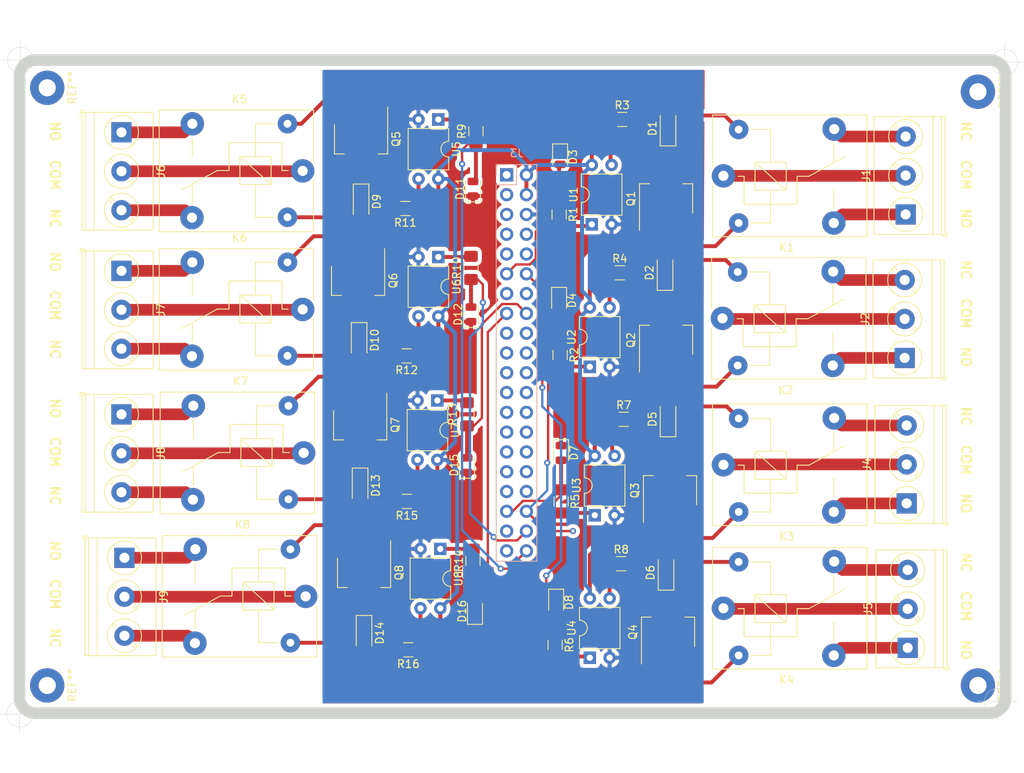
<source format=kicad_pcb>
(kicad_pcb (version 20171130) (host pcbnew "(5.1.5)-3")
  (layers (0 F.Cu signal) (31 B.Cu signal) (34 B.Paste user) (35 F.Paste user) (36 B.SilkS user) (37 F.SilkS user) (38 B.Mask user) (39 F.Mask user) (44 Edge.Cuts user))
  (net 0 "")
  (net 1 +5V)
  (net 2 "Net-(D1-Pad1)")
  (net 3 "Net-(D2-Pad1)")
  (net 4 RL2)
  (net 5 GND)
  (net 6 RL1)
  (net 7 "Net-(D5-Pad1)")
  (net 8 "Net-(D6-Pad1)")
  (net 9 RL4)
  (net 10 RL3)
  (net 11 "Net-(D9-Pad1)")
  (net 12 "Net-(D10-Pad1)")
  (net 13 RL6)
  (net 14 RL5)
  (net 15 "Net-(D13-Pad1)")
  (net 16 "Net-(D14-Pad1)")
  (net 17 RL8)
  (net 18 RL7)
  (net 19 "Net-(J1-Pad3)")
  (net 20 "Net-(J1-Pad2)")
  (net 21 "Net-(J1-Pad1)")
  (net 22 "Net-(J2-Pad3)")
  (net 23 "Net-(J2-Pad2)")
  (net 24 "Net-(J2-Pad1)")
  (net 25 "Net-(J4-Pad3)")
  (net 26 "Net-(J4-Pad2)")
  (net 27 "Net-(J4-Pad1)")
  (net 28 "Net-(J5-Pad3)")
  (net 29 "Net-(J5-Pad2)")
  (net 30 "Net-(J5-Pad1)")
  (net 31 "Net-(J6-Pad3)")
  (net 32 "Net-(J6-Pad2)")
  (net 33 "Net-(J6-Pad1)")
  (net 34 "Net-(J7-Pad3)")
  (net 35 "Net-(J7-Pad2)")
  (net 36 "Net-(J7-Pad1)")
  (net 37 "Net-(J8-Pad3)")
  (net 38 "Net-(J8-Pad2)")
  (net 39 "Net-(J8-Pad1)")
  (net 40 "Net-(J9-Pad3)")
  (net 41 "Net-(J9-Pad2)")
  (net 42 "Net-(J9-Pad1)")
  (net 43 "Net-(Q1-Pad1)")
  (net 44 "Net-(Q2-Pad1)")
  (net 45 "Net-(Q3-Pad1)")
  (net 46 "Net-(Q4-Pad1)")
  (net 47 "Net-(Q5-Pad1)")
  (net 48 "Net-(Q6-Pad1)")
  (net 49 "Net-(Q7-Pad1)")
  (net 50 "Net-(Q8-Pad1)")
  (net 51 "Net-(R3-Pad1)")
  (net 52 "Net-(R1-Pad2)")
  (net 53 "Net-(R4-Pad1)")
  (net 54 "Net-(R2-Pad2)")
  (net 55 "Net-(R7-Pad1)")
  (net 56 "Net-(R5-Pad2)")
  (net 57 "Net-(R8-Pad1)")
  (net 58 "Net-(R6-Pad2)")
  (net 59 "Net-(R11-Pad1)")
  (net 60 "Net-(R9-Pad2)")
  (net 61 "Net-(R12-Pad1)")
  (net 62 "Net-(R10-Pad2)")
  (net 63 "Net-(R15-Pad1)")
  (net 64 "Net-(R13-Pad2)")
  (net 65 "Net-(R16-Pad1)")
  (net 66 "Net-(R14-Pad2)")
  (module Diode_SMD:D_SOD-123 (layer F.Cu) (at 41.529 91.567 270)
    (fp_text reference D9 (at 0 -2 90) (layer F.SilkS))
    (fp_text value 1N4148W)
    (pad 2 smd rect (at 1.65 0 270) (size 0.9 1.2) (layers F.Cu F.Paste F.Mask) (net 1 +5V))
    (pad 1 smd rect (at -1.65 0 270) (size 0.9 1.2) (layers F.Cu F.Paste F.Mask) (net 11 "Net-(D9-Pad1)"))
  )
  (module MountingHole:MountingHole_2.2mm_M2_Pad (layer F.Cu) (at 1.27 76.962 270)
    (fp_text reference REF** (at 0 -3.2 90) (layer F.SilkS))
    (fp_text value MountingHole_2.2mm_M2_Pad)
    (pad 1 thru_hole circle (at 0 0 270) (size 4.4 4.4) (drill 2.2) (layers *.Cu *.Mask))
  )
  (module MountingHole:MountingHole_2.2mm_M2_Pad (layer F.Cu) (at 120.65 77.47 270)
    (fp_text reference REF** (at 0 -3.2 90) (layer F.SilkS))
    (fp_text value MountingHole_2.2mm_M2_Pad)
    (pad 1 thru_hole circle (at 0 0 270) (size 4.4 4.4) (drill 2.2) (layers *.Cu *.Mask))
  )
  (module MountingHole:MountingHole_2.2mm_M2_Pad (layer F.Cu) (at 120.65 153.67 270)
    (fp_text reference REF** (at 0 -3.2 90) (layer F.SilkS))
    (fp_text value MountingHole_2.2mm_M2_Pad)
    (pad 1 thru_hole circle (at 0 0 270) (size 4.4 4.4) (drill 2.2) (layers *.Cu *.Mask))
  )
  (module MountingHole:MountingHole_2.2mm_M2_Pad (layer F.Cu) (at 1.27 153.67 270)
    (fp_text reference REF** (at 0 -3.2 90) (layer F.SilkS))
    (fp_text value MountingHole_2.2mm_M2_Pad)
    (pad 1 thru_hole circle (at 0 0 270) (size 4.4 4.4) (drill 2.2) (layers *.Cu *.Mask))
  )
  (module TerminalBlock_Phoenix:TerminalBlock_Phoenix_PT-1,5-3-5.0-H_1x03_P5.00mm_Horizontal (layer F.Cu) (at 11.176 137.287 270)
    (fp_text reference J9 (at 5 -5.06 90) (layer F.SilkS))
    (fp_text value Conn_01x03_Female)
    (pad 3 thru_hole circle (at 10 0 270) (size 2.6 2.6) (drill 1.3) (layers *.Cu *.Mask) (net 40 "Net-(J9-Pad3)"))
    (pad 2 thru_hole circle (at 5 0 270) (size 2.6 2.6) (drill 1.3) (layers *.Cu *.Mask) (net 41 "Net-(J9-Pad2)"))
    (pad 1 thru_hole rect (at 0 0 270) (size 2.6 2.6) (drill 1.3) (layers *.Cu *.Mask) (net 42 "Net-(J9-Pad1)"))
  )
  (module TerminalBlock_Phoenix:TerminalBlock_Phoenix_PT-1,5-3-5.0-H_1x03_P5.00mm_Horizontal (layer F.Cu) (at 10.795 118.872 270)
    (fp_text reference J8 (at 5 -5.06 90) (layer F.SilkS))
    (fp_text value Conn_01x03_Female)
    (pad 3 thru_hole circle (at 10 0 270) (size 2.6 2.6) (drill 1.3) (layers *.Cu *.Mask) (net 37 "Net-(J8-Pad3)"))
    (pad 2 thru_hole circle (at 5 0 270) (size 2.6 2.6) (drill 1.3) (layers *.Cu *.Mask) (net 38 "Net-(J8-Pad2)"))
    (pad 1 thru_hole rect (at 0 0 270) (size 2.6 2.6) (drill 1.3) (layers *.Cu *.Mask) (net 39 "Net-(J8-Pad1)"))
  )
  (module TerminalBlock_Phoenix:TerminalBlock_Phoenix_PT-1,5-3-5.0-H_1x03_P5.00mm_Horizontal (layer F.Cu) (at 10.795 100.457 270)
    (fp_text reference J7 (at 5 -5.06 90) (layer F.SilkS))
    (fp_text value Conn_01x03_Female)
    (pad 3 thru_hole circle (at 10 0 270) (size 2.6 2.6) (drill 1.3) (layers *.Cu *.Mask) (net 34 "Net-(J7-Pad3)"))
    (pad 2 thru_hole circle (at 5 0 270) (size 2.6 2.6) (drill 1.3) (layers *.Cu *.Mask) (net 35 "Net-(J7-Pad2)"))
    (pad 1 thru_hole rect (at 0 0 270) (size 2.6 2.6) (drill 1.3) (layers *.Cu *.Mask) (net 36 "Net-(J7-Pad1)"))
  )
  (module TerminalBlock_Phoenix:TerminalBlock_Phoenix_PT-1,5-3-5.0-H_1x03_P5.00mm_Horizontal (layer F.Cu) (at 10.795 82.677 270)
    (fp_text reference J6 (at 5 -5.06 90) (layer F.SilkS))
    (fp_text value Conn_01x03_Female)
    (pad 3 thru_hole circle (at 10 0 270) (size 2.6 2.6) (drill 1.3) (layers *.Cu *.Mask) (net 31 "Net-(J6-Pad3)"))
    (pad 2 thru_hole circle (at 5 0 270) (size 2.6 2.6) (drill 1.3) (layers *.Cu *.Mask) (net 32 "Net-(J6-Pad2)"))
    (pad 1 thru_hole rect (at 0 0 270) (size 2.6 2.6) (drill 1.3) (layers *.Cu *.Mask) (net 33 "Net-(J6-Pad1)"))
  )
  (module TerminalBlock_Phoenix:TerminalBlock_Phoenix_PT-1,5-3-5.0-H_1x03_P5.00mm_Horizontal (layer F.Cu) (at 111.633 148.844 90)
    (fp_text reference J5 (at 5 -5.06 90) (layer F.SilkS))
    (fp_text value Conn_01x03_Female)
    (pad 3 thru_hole circle (at 10 0 90) (size 2.6 2.6) (drill 1.3) (layers *.Cu *.Mask) (net 28 "Net-(J5-Pad3)"))
    (pad 2 thru_hole circle (at 5 0 90) (size 2.6 2.6) (drill 1.3) (layers *.Cu *.Mask) (net 29 "Net-(J5-Pad2)"))
    (pad 1 thru_hole rect (at 0 0 90) (size 2.6 2.6) (drill 1.3) (layers *.Cu *.Mask) (net 30 "Net-(J5-Pad1)"))
  )
  (module TerminalBlock_Phoenix:TerminalBlock_Phoenix_PT-1,5-3-5.0-H_1x03_P5.00mm_Horizontal (layer F.Cu) (at 111.506 130.302 90)
    (fp_text reference J4 (at 5 -5.06 90) (layer F.SilkS))
    (fp_text value Conn_01x03_Female)
    (pad 3 thru_hole circle (at 10 0 90) (size 2.6 2.6) (drill 1.3) (layers *.Cu *.Mask) (net 25 "Net-(J4-Pad3)"))
    (pad 2 thru_hole circle (at 5 0 90) (size 2.6 2.6) (drill 1.3) (layers *.Cu *.Mask) (net 26 "Net-(J4-Pad2)"))
    (pad 1 thru_hole rect (at 0 0 90) (size 2.6 2.6) (drill 1.3) (layers *.Cu *.Mask) (net 27 "Net-(J4-Pad1)"))
  )
  (module TerminalBlock_Phoenix:TerminalBlock_Phoenix_PT-1,5-3-5.0-H_1x03_P5.00mm_Horizontal (layer F.Cu) (at 111.252 111.633 90)
    (fp_text reference J2 (at 5 -5.06 90) (layer F.SilkS))
    (fp_text value Conn_01x03_Female)
    (pad 3 thru_hole circle (at 10 0 90) (size 2.6 2.6) (drill 1.3) (layers *.Cu *.Mask) (net 22 "Net-(J2-Pad3)"))
    (pad 2 thru_hole circle (at 5 0 90) (size 2.6 2.6) (drill 1.3) (layers *.Cu *.Mask) (net 23 "Net-(J2-Pad2)"))
    (pad 1 thru_hole rect (at 0 0 90) (size 2.6 2.6) (drill 1.3) (layers *.Cu *.Mask) (net 24 "Net-(J2-Pad1)"))
  )
  (module TerminalBlock_Phoenix:TerminalBlock_Phoenix_PT-1,5-3-5.0-H_1x03_P5.00mm_Horizontal (layer F.Cu) (at 111.379 93.218 90)
    (fp_text reference J1 (at 5 -5.06 90) (layer F.SilkS))
    (fp_text value Conn_01x03_Female)
    (pad 3 thru_hole circle (at 10 0 90) (size 2.6 2.6) (drill 1.3) (layers *.Cu *.Mask) (net 19 "Net-(J1-Pad3)"))
    (pad 2 thru_hole circle (at 5 0 90) (size 2.6 2.6) (drill 1.3) (layers *.Cu *.Mask) (net 20 "Net-(J1-Pad2)"))
    (pad 1 thru_hole rect (at 0 0 90) (size 2.6 2.6) (drill 1.3) (layers *.Cu *.Mask) (net 21 "Net-(J1-Pad1)"))
  )
  (module Connector_PinSocket_2.54mm:PinSocket_2x20_P2.54mm_Vertical (layer B.Cu) (at 60.198 88.138 180)
    (fp_text reference J3 (at -1.27 2.77 180) (layer B.SilkS) (effects (justify mirror)))
    (fp_text value Raspberry_Pi_2_3)
    (pad 40 thru_hole oval (at -2.54 -48.26 180) (size 1.7 1.7) (drill 1) (layers *.Cu *.Mask) (net 13 RL6))
    (pad 39 thru_hole oval (at 0 -48.26 180) (size 1.7 1.7) (drill 1) (layers *.Cu *.Mask))
    (pad 38 thru_hole oval (at -2.54 -45.72 180) (size 1.7 1.7) (drill 1) (layers *.Cu *.Mask) (net 14 RL5))
    (pad 37 thru_hole oval (at 0 -45.72 180) (size 1.7 1.7) (drill 1) (layers *.Cu *.Mask))
    (pad 36 thru_hole oval (at -2.54 -43.18 180) (size 1.7 1.7) (drill 1) (layers *.Cu *.Mask) (net 6 RL1))
    (pad 35 thru_hole oval (at 0 -43.18 180) (size 1.7 1.7) (drill 1) (layers *.Cu *.Mask) (net 9 RL4))
    (pad 34 thru_hole oval (at -2.54 -40.64 180) (size 1.7 1.7) (drill 1) (layers *.Cu *.Mask))
    (pad 33 thru_hole oval (at 0 -40.64 180) (size 1.7 1.7) (drill 1) (layers *.Cu *.Mask))
    (pad 32 thru_hole oval (at -2.54 -38.1 180) (size 1.7 1.7) (drill 1) (layers *.Cu *.Mask))
    (pad 31 thru_hole oval (at 0 -38.1 180) (size 1.7 1.7) (drill 1) (layers *.Cu *.Mask))
    (pad 30 thru_hole oval (at -2.54 -35.56 180) (size 1.7 1.7) (drill 1) (layers *.Cu *.Mask))
    (pad 29 thru_hole oval (at 0 -35.56 180) (size 1.7 1.7) (drill 1) (layers *.Cu *.Mask))
    (pad 28 thru_hole oval (at -2.54 -33.02 180) (size 1.7 1.7) (drill 1) (layers *.Cu *.Mask))
    (pad 27 thru_hole oval (at 0 -33.02 180) (size 1.7 1.7) (drill 1) (layers *.Cu *.Mask))
    (pad 26 thru_hole oval (at -2.54 -30.48 180) (size 1.7 1.7) (drill 1) (layers *.Cu *.Mask))
    (pad 25 thru_hole oval (at 0 -30.48 180) (size 1.7 1.7) (drill 1) (layers *.Cu *.Mask))
    (pad 24 thru_hole oval (at -2.54 -27.94 180) (size 1.7 1.7) (drill 1) (layers *.Cu *.Mask))
    (pad 23 thru_hole oval (at 0 -27.94 180) (size 1.7 1.7) (drill 1) (layers *.Cu *.Mask))
    (pad 22 thru_hole oval (at -2.54 -25.4 180) (size 1.7 1.7) (drill 1) (layers *.Cu *.Mask))
    (pad 21 thru_hole oval (at 0 -25.4 180) (size 1.7 1.7) (drill 1) (layers *.Cu *.Mask))
    (pad 20 thru_hole oval (at -2.54 -22.86 180) (size 1.7 1.7) (drill 1) (layers *.Cu *.Mask))
    (pad 19 thru_hole oval (at 0 -22.86 180) (size 1.7 1.7) (drill 1) (layers *.Cu *.Mask))
    (pad 18 thru_hole oval (at -2.54 -20.32 180) (size 1.7 1.7) (drill 1) (layers *.Cu *.Mask))
    (pad 17 thru_hole oval (at 0 -20.32 180) (size 1.7 1.7) (drill 1) (layers *.Cu *.Mask))
    (pad 16 thru_hole oval (at -2.54 -17.78 180) (size 1.7 1.7) (drill 1) (layers *.Cu *.Mask) (net 17 RL8))
    (pad 15 thru_hole oval (at 0 -17.78 180) (size 1.7 1.7) (drill 1) (layers *.Cu *.Mask) (net 18 RL7))
    (pad 14 thru_hole oval (at -2.54 -15.24 180) (size 1.7 1.7) (drill 1) (layers *.Cu *.Mask))
    (pad 13 thru_hole oval (at 0 -15.24 180) (size 1.7 1.7) (drill 1) (layers *.Cu *.Mask))
    (pad 12 thru_hole oval (at -2.54 -12.7 180) (size 1.7 1.7) (drill 1) (layers *.Cu *.Mask) (net 10 RL3))
    (pad 11 thru_hole oval (at 0 -12.7 180) (size 1.7 1.7) (drill 1) (layers *.Cu *.Mask) (net 4 RL2))
    (pad 10 thru_hole oval (at -2.54 -10.16 180) (size 1.7 1.7) (drill 1) (layers *.Cu *.Mask))
    (pad 9 thru_hole oval (at 0 -10.16 180) (size 1.7 1.7) (drill 1) (layers *.Cu *.Mask))
    (pad 8 thru_hole oval (at -2.54 -7.62 180) (size 1.7 1.7) (drill 1) (layers *.Cu *.Mask))
    (pad 7 thru_hole oval (at 0 -7.62 180) (size 1.7 1.7) (drill 1) (layers *.Cu *.Mask))
    (pad 6 thru_hole oval (at -2.54 -5.08 180) (size 1.7 1.7) (drill 1) (layers *.Cu *.Mask) (net 5 GND))
    (pad 5 thru_hole oval (at 0 -5.08 180) (size 1.7 1.7) (drill 1) (layers *.Cu *.Mask))
    (pad 4 thru_hole oval (at -2.54 -2.54 180) (size 1.7 1.7) (drill 1) (layers *.Cu *.Mask) (net 1 +5V))
    (pad 3 thru_hole oval (at 0 -2.54 180) (size 1.7 1.7) (drill 1) (layers *.Cu *.Mask))
    (pad 2 thru_hole oval (at -2.54 0 180) (size 1.7 1.7) (drill 1) (layers *.Cu *.Mask) (net 1 +5V))
    (pad 1 thru_hole rect (at 0 0 180) (size 1.7 1.7) (drill 1) (layers *.Cu *.Mask))
  )
  (module Package_DIP:DIP-4_W7.62mm (layer F.Cu) (at 51.689 136.144 270)
    (fp_text reference U8 (at 3.81 -2.33 90) (layer F.SilkS))
    (fp_text value PC817)
    (pad 4 thru_hole oval (at 7.62 0 270) (size 1.6 1.6) (drill 0.8) (layers *.Cu *.Mask) (net 1 +5V))
    (pad 2 thru_hole oval (at 0 2.54 270) (size 1.6 1.6) (drill 0.8) (layers *.Cu *.Mask) (net 5 GND))
    (pad 3 thru_hole oval (at 7.62 2.54 270) (size 1.6 1.6) (drill 0.8) (layers *.Cu *.Mask) (net 65 "Net-(R16-Pad1)"))
    (pad 1 thru_hole rect (at 0 0 270) (size 1.6 1.6) (drill 0.8) (layers *.Cu *.Mask) (net 66 "Net-(R14-Pad2)"))
  )
  (module Package_DIP:DIP-4_W7.62mm (layer F.Cu) (at 51.308 117.094 270)
    (fp_text reference U7 (at 3.81 -2.33 90) (layer F.SilkS))
    (fp_text value PC817)
    (pad 4 thru_hole oval (at 7.62 0 270) (size 1.6 1.6) (drill 0.8) (layers *.Cu *.Mask) (net 1 +5V))
    (pad 2 thru_hole oval (at 0 2.54 270) (size 1.6 1.6) (drill 0.8) (layers *.Cu *.Mask) (net 5 GND))
    (pad 3 thru_hole oval (at 7.62 2.54 270) (size 1.6 1.6) (drill 0.8) (layers *.Cu *.Mask) (net 63 "Net-(R15-Pad1)"))
    (pad 1 thru_hole rect (at 0 0 270) (size 1.6 1.6) (drill 0.8) (layers *.Cu *.Mask) (net 64 "Net-(R13-Pad2)"))
  )
  (module Package_DIP:DIP-4_W7.62mm (layer F.Cu) (at 51.435 98.679 270)
    (fp_text reference U6 (at 3.81 -2.33 90) (layer F.SilkS))
    (fp_text value PC817)
    (pad 4 thru_hole oval (at 7.62 0 270) (size 1.6 1.6) (drill 0.8) (layers *.Cu *.Mask) (net 1 +5V))
    (pad 2 thru_hole oval (at 0 2.54 270) (size 1.6 1.6) (drill 0.8) (layers *.Cu *.Mask) (net 5 GND))
    (pad 3 thru_hole oval (at 7.62 2.54 270) (size 1.6 1.6) (drill 0.8) (layers *.Cu *.Mask) (net 61 "Net-(R12-Pad1)"))
    (pad 1 thru_hole rect (at 0 0 270) (size 1.6 1.6) (drill 0.8) (layers *.Cu *.Mask) (net 62 "Net-(R10-Pad2)"))
  )
  (module Package_DIP:DIP-4_W7.62mm (layer F.Cu) (at 51.435 81.026 270)
    (fp_text reference U5 (at 3.81 -2.33 90) (layer F.SilkS))
    (fp_text value PC817)
    (pad 4 thru_hole oval (at 7.62 0 270) (size 1.6 1.6) (drill 0.8) (layers *.Cu *.Mask) (net 1 +5V))
    (pad 2 thru_hole oval (at 0 2.54 270) (size 1.6 1.6) (drill 0.8) (layers *.Cu *.Mask) (net 5 GND))
    (pad 3 thru_hole oval (at 7.62 2.54 270) (size 1.6 1.6) (drill 0.8) (layers *.Cu *.Mask) (net 59 "Net-(R11-Pad1)"))
    (pad 1 thru_hole rect (at 0 0 270) (size 1.6 1.6) (drill 0.8) (layers *.Cu *.Mask) (net 60 "Net-(R9-Pad2)"))
  )
  (module Package_DIP:DIP-4_W7.62mm (layer F.Cu) (at 70.866 150.114 90)
    (fp_text reference U4 (at 3.81 -2.33 90) (layer F.SilkS))
    (fp_text value PC817)
    (pad 4 thru_hole oval (at 7.62 0 90) (size 1.6 1.6) (drill 0.8) (layers *.Cu *.Mask) (net 1 +5V))
    (pad 2 thru_hole oval (at 0 2.54 90) (size 1.6 1.6) (drill 0.8) (layers *.Cu *.Mask) (net 5 GND))
    (pad 3 thru_hole oval (at 7.62 2.54 90) (size 1.6 1.6) (drill 0.8) (layers *.Cu *.Mask) (net 57 "Net-(R8-Pad1)"))
    (pad 1 thru_hole rect (at 0 0 90) (size 1.6 1.6) (drill 0.8) (layers *.Cu *.Mask) (net 58 "Net-(R6-Pad2)"))
  )
  (module Package_DIP:DIP-4_W7.62mm (layer F.Cu) (at 71.501 131.826 90)
    (fp_text reference U3 (at 3.81 -2.33 90) (layer F.SilkS))
    (fp_text value PC817)
    (pad 4 thru_hole oval (at 7.62 0 90) (size 1.6 1.6) (drill 0.8) (layers *.Cu *.Mask) (net 1 +5V))
    (pad 2 thru_hole oval (at 0 2.54 90) (size 1.6 1.6) (drill 0.8) (layers *.Cu *.Mask) (net 5 GND))
    (pad 3 thru_hole oval (at 7.62 2.54 90) (size 1.6 1.6) (drill 0.8) (layers *.Cu *.Mask) (net 55 "Net-(R7-Pad1)"))
    (pad 1 thru_hole rect (at 0 0 90) (size 1.6 1.6) (drill 0.8) (layers *.Cu *.Mask) (net 56 "Net-(R5-Pad2)"))
  )
  (module Package_DIP:DIP-4_W7.62mm (layer F.Cu) (at 70.866 112.776 90)
    (fp_text reference U2 (at 3.81 -2.33 90) (layer F.SilkS))
    (fp_text value PC817)
    (pad 4 thru_hole oval (at 7.62 0 90) (size 1.6 1.6) (drill 0.8) (layers *.Cu *.Mask) (net 1 +5V))
    (pad 2 thru_hole oval (at 0 2.54 90) (size 1.6 1.6) (drill 0.8) (layers *.Cu *.Mask) (net 5 GND))
    (pad 3 thru_hole oval (at 7.62 2.54 90) (size 1.6 1.6) (drill 0.8) (layers *.Cu *.Mask) (net 53 "Net-(R4-Pad1)"))
    (pad 1 thru_hole rect (at 0 0 90) (size 1.6 1.6) (drill 0.8) (layers *.Cu *.Mask) (net 54 "Net-(R2-Pad2)"))
  )
  (module Package_DIP:DIP-4_W7.62mm (layer F.Cu) (at 71.12 94.488 90)
    (fp_text reference U1 (at 3.81 -2.33 90) (layer F.SilkS))
    (fp_text value PC817)
    (pad 4 thru_hole oval (at 7.62 0 90) (size 1.6 1.6) (drill 0.8) (layers *.Cu *.Mask) (net 1 +5V))
    (pad 2 thru_hole oval (at 0 2.54 90) (size 1.6 1.6) (drill 0.8) (layers *.Cu *.Mask) (net 5 GND))
    (pad 3 thru_hole oval (at 7.62 2.54 90) (size 1.6 1.6) (drill 0.8) (layers *.Cu *.Mask) (net 51 "Net-(R3-Pad1)"))
    (pad 1 thru_hole rect (at 0 0 90) (size 1.6 1.6) (drill 0.8) (layers *.Cu *.Mask) (net 52 "Net-(R1-Pad2)"))
  )
  (module Resistor_SMD:R_1206_3216Metric_Pad1.42x1.75mm_HandSolder (layer F.Cu) (at 47.5885 149.098 180)
    (fp_text reference R16 (at 0 -1.82) (layer F.SilkS))
    (fp_text value 12K)
    (pad 2 smd roundrect (at 1.4875 0 180) (size 1.425 1.75) (layers F.Cu F.Paste F.Mask) (roundrect_rratio 0.175439) (net 50 "Net-(Q8-Pad1)"))
    (pad 1 smd roundrect (at -1.4875 0 180) (size 1.425 1.75) (layers F.Cu F.Paste F.Mask) (roundrect_rratio 0.175439) (net 65 "Net-(R16-Pad1)"))
  )
  (module Resistor_SMD:R_1206_3216Metric_Pad1.42x1.75mm_HandSolder (layer F.Cu) (at 47.4075 130.048 180)
    (fp_text reference R15 (at 0 -1.82) (layer F.SilkS))
    (fp_text value 12K)
    (pad 2 smd roundrect (at 1.4875 0 180) (size 1.425 1.75) (layers F.Cu F.Paste F.Mask) (roundrect_rratio 0.175439) (net 49 "Net-(Q7-Pad1)"))
    (pad 1 smd roundrect (at -1.4875 0 180) (size 1.425 1.75) (layers F.Cu F.Paste F.Mask) (roundrect_rratio 0.175439) (net 63 "Net-(R15-Pad1)"))
  )
  (module Resistor_SMD:R_1206_3216Metric_Pad1.42x1.75mm_HandSolder (layer F.Cu) (at 55.88 137.668 90)
    (fp_text reference R14 (at 0 -1.82 90) (layer F.SilkS))
    (fp_text value 220R)
    (pad 2 smd roundrect (at 1.4875 0 90) (size 1.425 1.75) (layers F.Cu F.Paste F.Mask) (roundrect_rratio 0.175439) (net 66 "Net-(R14-Pad2)"))
    (pad 1 smd roundrect (at -1.4875 0 90) (size 1.425 1.75) (layers F.Cu F.Paste F.Mask) (roundrect_rratio 0.175439) (net 18 RL7))
  )
  (module Resistor_SMD:R_1206_3216Metric_Pad1.42x1.75mm_HandSolder (layer F.Cu) (at 55.118 118.872 90)
    (fp_text reference R13 (at 0 -1.82 90) (layer F.SilkS))
    (fp_text value 220R)
    (pad 2 smd roundrect (at 1.4875 0 90) (size 1.425 1.75) (layers F.Cu F.Paste F.Mask) (roundrect_rratio 0.175439) (net 64 "Net-(R13-Pad2)"))
    (pad 1 smd roundrect (at -1.4875 0 90) (size 1.425 1.75) (layers F.Cu F.Paste F.Mask) (roundrect_rratio 0.175439) (net 17 RL8))
  )
  (module Resistor_SMD:R_1206_3216Metric_Pad1.42x1.75mm_HandSolder (layer F.Cu) (at 47.371 111.379 180)
    (fp_text reference R12 (at 0 -1.82) (layer F.SilkS))
    (fp_text value 12K)
    (pad 2 smd roundrect (at 1.4875 0 180) (size 1.425 1.75) (layers F.Cu F.Paste F.Mask) (roundrect_rratio 0.175439) (net 48 "Net-(Q6-Pad1)"))
    (pad 1 smd roundrect (at -1.4875 0 180) (size 1.425 1.75) (layers F.Cu F.Paste F.Mask) (roundrect_rratio 0.175439) (net 61 "Net-(R12-Pad1)"))
  )
  (module Resistor_SMD:R_1206_3216Metric_Pad1.42x1.75mm_HandSolder (layer F.Cu) (at 47.2075 92.456 180)
    (fp_text reference R11 (at 0 -1.82) (layer F.SilkS))
    (fp_text value 12K)
    (pad 2 smd roundrect (at 1.4875 0 180) (size 1.425 1.75) (layers F.Cu F.Paste F.Mask) (roundrect_rratio 0.175439) (net 47 "Net-(Q5-Pad1)"))
    (pad 1 smd roundrect (at -1.4875 0 180) (size 1.425 1.75) (layers F.Cu F.Paste F.Mask) (roundrect_rratio 0.175439) (net 59 "Net-(R11-Pad1)"))
  )
  (module Resistor_SMD:R_1206_3216Metric_Pad1.42x1.75mm_HandSolder (layer F.Cu) (at 55.626 100.076 90)
    (fp_text reference R10 (at 0 -1.82 90) (layer F.SilkS))
    (fp_text value 220R)
    (pad 2 smd roundrect (at 1.4875 0 90) (size 1.425 1.75) (layers F.Cu F.Paste F.Mask) (roundrect_rratio 0.175439) (net 62 "Net-(R10-Pad2)"))
    (pad 1 smd roundrect (at -1.4875 0 90) (size 1.425 1.75) (layers F.Cu F.Paste F.Mask) (roundrect_rratio 0.175439) (net 14 RL5))
  )
  (module Resistor_SMD:R_1206_3216Metric_Pad1.42x1.75mm_HandSolder (layer F.Cu) (at 56.261 82.55 90)
    (fp_text reference R9 (at 0 -1.82 90) (layer F.SilkS))
    (fp_text value 220R)
    (pad 2 smd roundrect (at 1.4875 0 90) (size 1.425 1.75) (layers F.Cu F.Paste F.Mask) (roundrect_rratio 0.175439) (net 60 "Net-(R9-Pad2)"))
    (pad 1 smd roundrect (at -1.4875 0 90) (size 1.425 1.75) (layers F.Cu F.Paste F.Mask) (roundrect_rratio 0.175439) (net 13 RL6))
  )
  (module Resistor_SMD:R_1206_3216Metric_Pad1.42x1.75mm_HandSolder (layer F.Cu) (at 74.8935 138.049)
    (fp_text reference R8 (at 0 -1.82) (layer F.SilkS))
    (fp_text value 12K)
    (pad 2 smd roundrect (at 1.4875 0) (size 1.425 1.75) (layers F.Cu F.Paste F.Mask) (roundrect_rratio 0.175439) (net 46 "Net-(Q4-Pad1)"))
    (pad 1 smd roundrect (at -1.4875 0) (size 1.425 1.75) (layers F.Cu F.Paste F.Mask) (roundrect_rratio 0.175439) (net 57 "Net-(R8-Pad1)"))
  )
  (module Resistor_SMD:R_1206_3216Metric_Pad1.42x1.75mm_HandSolder (layer F.Cu) (at 75.2205 119.507)
    (fp_text reference R7 (at 0 -1.82) (layer F.SilkS))
    (fp_text value 12K)
    (pad 2 smd roundrect (at 1.4875 0) (size 1.425 1.75) (layers F.Cu F.Paste F.Mask) (roundrect_rratio 0.175439) (net 45 "Net-(Q3-Pad1)"))
    (pad 1 smd roundrect (at -1.4875 0) (size 1.425 1.75) (layers F.Cu F.Paste F.Mask) (roundrect_rratio 0.175439) (net 55 "Net-(R7-Pad1)"))
  )
  (module Resistor_SMD:R_1206_3216Metric_Pad1.42x1.75mm_HandSolder (layer F.Cu) (at 66.421 148.463 270)
    (fp_text reference R6 (at 0 -1.82 90) (layer F.SilkS))
    (fp_text value 220R)
    (pad 2 smd roundrect (at 1.4875 0 270) (size 1.425 1.75) (layers F.Cu F.Paste F.Mask) (roundrect_rratio 0.175439) (net 58 "Net-(R6-Pad2)"))
    (pad 1 smd roundrect (at -1.4875 0 270) (size 1.425 1.75) (layers F.Cu F.Paste F.Mask) (roundrect_rratio 0.175439) (net 10 RL3))
  )
  (module Resistor_SMD:R_1206_3216Metric_Pad1.42x1.75mm_HandSolder (layer F.Cu) (at 67.183 130.048 270)
    (fp_text reference R5 (at 0 -1.82 90) (layer F.SilkS))
    (fp_text value 220R)
    (pad 2 smd roundrect (at 1.4875 0 270) (size 1.425 1.75) (layers F.Cu F.Paste F.Mask) (roundrect_rratio 0.175439) (net 56 "Net-(R5-Pad2)"))
    (pad 1 smd roundrect (at -1.4875 0 270) (size 1.425 1.75) (layers F.Cu F.Paste F.Mask) (roundrect_rratio 0.175439) (net 9 RL4))
  )
  (module Resistor_SMD:R_1206_3216Metric_Pad1.42x1.75mm_HandSolder (layer F.Cu) (at 74.7125 100.711)
    (fp_text reference R4 (at 0 -1.82) (layer F.SilkS))
    (fp_text value 12K)
    (pad 2 smd roundrect (at 1.4875 0) (size 1.425 1.75) (layers F.Cu F.Paste F.Mask) (roundrect_rratio 0.175439) (net 44 "Net-(Q2-Pad1)"))
    (pad 1 smd roundrect (at -1.4875 0) (size 1.425 1.75) (layers F.Cu F.Paste F.Mask) (roundrect_rratio 0.175439) (net 53 "Net-(R4-Pad1)"))
  )
  (module Resistor_SMD:R_1206_3216Metric_Pad1.42x1.75mm_HandSolder (layer F.Cu) (at 75.0205 81.026)
    (fp_text reference R3 (at 0 -1.82) (layer F.SilkS))
    (fp_text value 12K)
    (pad 2 smd roundrect (at 1.4875 0) (size 1.425 1.75) (layers F.Cu F.Paste F.Mask) (roundrect_rratio 0.175439) (net 43 "Net-(Q1-Pad1)"))
    (pad 1 smd roundrect (at -1.4875 0) (size 1.425 1.75) (layers F.Cu F.Paste F.Mask) (roundrect_rratio 0.175439) (net 51 "Net-(R3-Pad1)"))
  )
  (module Resistor_SMD:R_1206_3216Metric_Pad1.42x1.75mm_HandSolder (layer F.Cu) (at 67.056 111.252 270)
    (fp_text reference R2 (at 0 -1.82 90) (layer F.SilkS))
    (fp_text value 220R)
    (pad 2 smd roundrect (at 1.4875 0 270) (size 1.425 1.75) (layers F.Cu F.Paste F.Mask) (roundrect_rratio 0.175439) (net 54 "Net-(R2-Pad2)"))
    (pad 1 smd roundrect (at -1.4875 0 270) (size 1.425 1.75) (layers F.Cu F.Paste F.Mask) (roundrect_rratio 0.175439) (net 6 RL1))
  )
  (module Resistor_SMD:R_1206_3216Metric_Pad1.42x1.75mm_HandSolder (layer F.Cu) (at 66.929 93.218 270)
    (fp_text reference R1 (at 0 -1.82 90) (layer F.SilkS))
    (fp_text value 220R)
    (pad 2 smd roundrect (at 1.4875 0 270) (size 1.425 1.75) (layers F.Cu F.Paste F.Mask) (roundrect_rratio 0.175439) (net 52 "Net-(R1-Pad2)"))
    (pad 1 smd roundrect (at -1.4875 0 270) (size 1.425 1.75) (layers F.Cu F.Paste F.Mask) (roundrect_rratio 0.175439) (net 4 RL2))
  )
  (module Package_TO_SOT_SMD:SOT-223 (layer F.Cu) (at 41.91 139.192 270)
    (fp_text reference Q8 (at 0 -4.5 90) (layer F.SilkS))
    (fp_text value PZT3904)
    (pad 1 smd rect (at -3.15 -2.3 270) (size 2 1.5) (layers F.Cu F.Paste F.Mask) (net 50 "Net-(Q8-Pad1)"))
    (pad 3 smd rect (at -3.15 2.3 270) (size 2 1.5) (layers F.Cu F.Paste F.Mask) (net 5 GND))
    (pad 2 smd rect (at -3.15 0 270) (size 2 1.5) (layers F.Cu F.Paste F.Mask) (net 16 "Net-(D14-Pad1)"))
    (pad 4 smd rect (at 3.15 0 270) (size 2 3.8) (layers F.Cu F.Paste F.Mask) (net 16 "Net-(D14-Pad1)"))
  )
  (module Package_TO_SOT_SMD:SOT-223 (layer F.Cu) (at 41.416 120.244 270)
    (fp_text reference Q7 (at 0 -4.5 90) (layer F.SilkS))
    (fp_text value PZT3904)
    (pad 1 smd rect (at -3.15 -2.3 270) (size 2 1.5) (layers F.Cu F.Paste F.Mask) (net 49 "Net-(Q7-Pad1)"))
    (pad 3 smd rect (at -3.15 2.3 270) (size 2 1.5) (layers F.Cu F.Paste F.Mask) (net 5 GND))
    (pad 2 smd rect (at -3.15 0 270) (size 2 1.5) (layers F.Cu F.Paste F.Mask) (net 15 "Net-(D13-Pad1)"))
    (pad 4 smd rect (at 3.15 0 270) (size 2 3.8) (layers F.Cu F.Paste F.Mask) (net 15 "Net-(D13-Pad1)"))
  )
  (module Package_TO_SOT_SMD:SOT-223 (layer F.Cu) (at 41.148 101.702 270)
    (fp_text reference Q6 (at 0 -4.5 90) (layer F.SilkS))
    (fp_text value PZT3904)
    (pad 1 smd rect (at -3.15 -2.3 270) (size 2 1.5) (layers F.Cu F.Paste F.Mask) (net 48 "Net-(Q6-Pad1)"))
    (pad 3 smd rect (at -3.15 2.3 270) (size 2 1.5) (layers F.Cu F.Paste F.Mask) (net 5 GND))
    (pad 2 smd rect (at -3.15 0 270) (size 2 1.5) (layers F.Cu F.Paste F.Mask) (net 12 "Net-(D10-Pad1)"))
    (pad 4 smd rect (at 3.15 0 270) (size 2 3.8) (layers F.Cu F.Paste F.Mask) (net 12 "Net-(D10-Pad1)"))
  )
  (module Package_TO_SOT_SMD:SOT-223 (layer F.Cu) (at 41.529 83.541 270)
    (fp_text reference Q5 (at 0 -4.5 90) (layer F.SilkS))
    (fp_text value PZT3904)
    (pad 1 smd rect (at -3.15 -2.3 270) (size 2 1.5) (layers F.Cu F.Paste F.Mask) (net 47 "Net-(Q5-Pad1)"))
    (pad 3 smd rect (at -3.15 2.3 270) (size 2 1.5) (layers F.Cu F.Paste F.Mask) (net 5 GND))
    (pad 2 smd rect (at -3.15 0 270) (size 2 1.5) (layers F.Cu F.Paste F.Mask) (net 11 "Net-(D9-Pad1)"))
    (pad 4 smd rect (at 3.15 0 270) (size 2 3.8) (layers F.Cu F.Paste F.Mask) (net 11 "Net-(D9-Pad1)"))
  )
  (module Package_TO_SOT_SMD:SOT-223 (layer F.Cu) (at 80.899 146.812 90)
    (fp_text reference Q4 (at 0 -4.5 90) (layer F.SilkS))
    (fp_text value PZT3904)
    (pad 1 smd rect (at -3.15 -2.3 90) (size 2 1.5) (layers F.Cu F.Paste F.Mask) (net 46 "Net-(Q4-Pad1)"))
    (pad 3 smd rect (at -3.15 2.3 90) (size 2 1.5) (layers F.Cu F.Paste F.Mask) (net 5 GND))
    (pad 2 smd rect (at -3.15 0 90) (size 2 1.5) (layers F.Cu F.Paste F.Mask) (net 8 "Net-(D6-Pad1)"))
    (pad 4 smd rect (at 3.15 0 90) (size 2 3.8) (layers F.Cu F.Paste F.Mask) (net 8 "Net-(D6-Pad1)"))
  )
  (module Package_TO_SOT_SMD:SOT-223 (layer F.Cu) (at 81.153 128.651 90)
    (fp_text reference Q3 (at 0 -4.5 90) (layer F.SilkS))
    (fp_text value PZT3904)
    (pad 1 smd rect (at -3.15 -2.3 90) (size 2 1.5) (layers F.Cu F.Paste F.Mask) (net 45 "Net-(Q3-Pad1)"))
    (pad 3 smd rect (at -3.15 2.3 90) (size 2 1.5) (layers F.Cu F.Paste F.Mask) (net 5 GND))
    (pad 2 smd rect (at -3.15 0 90) (size 2 1.5) (layers F.Cu F.Paste F.Mask) (net 7 "Net-(D5-Pad1)"))
    (pad 4 smd rect (at 3.15 0 90) (size 2 3.8) (layers F.Cu F.Paste F.Mask) (net 7 "Net-(D5-Pad1)"))
  )
  (module Package_TO_SOT_SMD:SOT-223 (layer F.Cu) (at 80.645 109.347 90)
    (fp_text reference Q2 (at 0 -4.5 90) (layer F.SilkS))
    (fp_text value PZT3904)
    (pad 1 smd rect (at -3.15 -2.3 90) (size 2 1.5) (layers F.Cu F.Paste F.Mask) (net 44 "Net-(Q2-Pad1)"))
    (pad 3 smd rect (at -3.15 2.3 90) (size 2 1.5) (layers F.Cu F.Paste F.Mask) (net 5 GND))
    (pad 2 smd rect (at -3.15 0 90) (size 2 1.5) (layers F.Cu F.Paste F.Mask) (net 3 "Net-(D2-Pad1)"))
    (pad 4 smd rect (at 3.15 0 90) (size 2 3.8) (layers F.Cu F.Paste F.Mask) (net 3 "Net-(D2-Pad1)"))
  )
  (module Package_TO_SOT_SMD:SOT-223 (layer F.Cu) (at 80.645 91.186 90)
    (fp_text reference Q1 (at 0 -4.5 90) (layer F.SilkS))
    (fp_text value PZT3904)
    (pad 1 smd rect (at -3.15 -2.3 90) (size 2 1.5) (layers F.Cu F.Paste F.Mask) (net 43 "Net-(Q1-Pad1)"))
    (pad 3 smd rect (at -3.15 2.3 90) (size 2 1.5) (layers F.Cu F.Paste F.Mask) (net 5 GND))
    (pad 2 smd rect (at -3.15 0 90) (size 2 1.5) (layers F.Cu F.Paste F.Mask) (net 2 "Net-(D1-Pad1)"))
    (pad 4 smd rect (at 3.15 0 90) (size 2 3.8) (layers F.Cu F.Paste F.Mask) (net 2 "Net-(D1-Pad1)"))
  )
  (module LED_SMD:LED_0805_2012Metric (layer F.Cu) (at 56.134 144.145 90)
    (fp_text reference D16 (at 0 -1.65 90) (layer F.SilkS))
    (fp_text value LED)
    (pad 2 smd roundrect (at 0.9375 0 90) (size 0.975 1.4) (layers F.Cu F.Paste F.Mask) (net 18 RL7))
    (pad 1 smd roundrect (at -0.9375 0 90) (size 0.975 1.4) (layers F.Cu F.Paste F.Mask) (net 5 GND))
  )
  (module LED_SMD:LED_0805_2012Metric (layer F.Cu) (at 55.118 125.3975 90)
    (fp_text reference D15 (at 0 -1.65 90) (layer F.SilkS))
    (fp_text value LED)
    (pad 2 smd roundrect (at 0.9375 0 90) (size 0.975 1.4) (layers F.Cu F.Paste F.Mask) (net 17 RL8))
    (pad 1 smd roundrect (at -0.9375 0 90) (size 0.975 1.4) (layers F.Cu F.Paste F.Mask) (net 5 GND))
  )
  (module Diode_SMD:D_SOD-123 (layer F.Cu) (at 41.91 146.939 270)
    (fp_text reference D14 (at 0 -2 90) (layer F.SilkS))
    (fp_text value 1N4148W)
    (pad 2 smd rect (at 1.65 0 270) (size 0.9 1.2) (layers F.Cu F.Paste F.Mask) (net 1 +5V))
    (pad 1 smd rect (at -1.65 0 270) (size 0.9 1.2) (layers F.Cu F.Paste F.Mask) (net 16 "Net-(D14-Pad1)"))
  )
  (module Diode_SMD:D_SOD-123 (layer F.Cu) (at 41.402 128.016 270)
    (fp_text reference D13 (at 0 -2 90) (layer F.SilkS))
    (fp_text value 1N4148W)
    (pad 2 smd rect (at 1.65 0 270) (size 0.9 1.2) (layers F.Cu F.Paste F.Mask) (net 1 +5V))
    (pad 1 smd rect (at -1.65 0 270) (size 0.9 1.2) (layers F.Cu F.Paste F.Mask) (net 15 "Net-(D13-Pad1)"))
  )
  (module LED_SMD:LED_0805_2012Metric (layer F.Cu) (at 55.626 106.045 90)
    (fp_text reference D12 (at 0 -1.65 90) (layer F.SilkS))
    (fp_text value LED)
    (pad 2 smd roundrect (at 0.9375 0 90) (size 0.975 1.4) (layers F.Cu F.Paste F.Mask) (net 14 RL5))
    (pad 1 smd roundrect (at -0.9375 0 90) (size 0.975 1.4) (layers F.Cu F.Paste F.Mask) (net 5 GND))
  )
  (module LED_SMD:LED_0805_2012Metric (layer F.Cu) (at 55.88 89.916 90)
    (fp_text reference D11 (at 0 -1.65 90) (layer F.SilkS))
    (fp_text value LED)
    (pad 2 smd roundrect (at 0.9375 0 90) (size 0.975 1.4) (layers F.Cu F.Paste F.Mask) (net 13 RL6))
    (pad 1 smd roundrect (at -0.9375 0 90) (size 0.975 1.4) (layers F.Cu F.Paste F.Mask) (net 5 GND))
  )
  (module Diode_SMD:D_SOD-123 (layer F.Cu) (at 41.275 109.347 270)
    (fp_text reference D10 (at 0 -2 90) (layer F.SilkS))
    (fp_text value 1N4148W)
    (pad 2 smd rect (at 1.65 0 270) (size 0.9 1.2) (layers F.Cu F.Paste F.Mask) (net 1 +5V))
    (pad 1 smd rect (at -1.65 0 270) (size 0.9 1.2) (layers F.Cu F.Paste F.Mask) (net 12 "Net-(D10-Pad1)"))
  )
  (module LED_SMD:LED_0805_2012Metric (layer F.Cu) (at 66.548 143.002 270)
    (fp_text reference D8 (at 0 -1.65 90) (layer F.SilkS))
    (fp_text value LED)
    (pad 2 smd roundrect (at 0.9375 0 270) (size 0.975 1.4) (layers F.Cu F.Paste F.Mask) (net 10 RL3))
    (pad 1 smd roundrect (at -0.9375 0 270) (size 0.975 1.4) (layers F.Cu F.Paste F.Mask) (net 5 GND))
  )
  (module LED_SMD:LED_0805_2012Metric (layer F.Cu) (at 67.183 123.825 270)
    (fp_text reference D7 (at 0 -1.65 90) (layer F.SilkS))
    (fp_text value LED)
    (pad 2 smd roundrect (at 0.9375 0 270) (size 0.975 1.4) (layers F.Cu F.Paste F.Mask) (net 9 RL4))
    (pad 1 smd roundrect (at -0.9375 0 270) (size 0.975 1.4) (layers F.Cu F.Paste F.Mask) (net 5 GND))
  )
  (module Diode_SMD:D_SOD-123 (layer F.Cu) (at 80.645 139.192 90)
    (fp_text reference D6 (at 0 -2 90) (layer F.SilkS))
    (fp_text value 1N4148W)
    (pad 2 smd rect (at 1.65 0 90) (size 0.9 1.2) (layers F.Cu F.Paste F.Mask) (net 1 +5V))
    (pad 1 smd rect (at -1.65 0 90) (size 0.9 1.2) (layers F.Cu F.Paste F.Mask) (net 8 "Net-(D6-Pad1)"))
  )
  (module Diode_SMD:D_SOD-123 (layer F.Cu) (at 80.899 119.507 90)
    (fp_text reference D5 (at 0 -2 90) (layer F.SilkS))
    (fp_text value 1N4148W)
    (pad 2 smd rect (at 1.65 0 90) (size 0.9 1.2) (layers F.Cu F.Paste F.Mask) (net 1 +5V))
    (pad 1 smd rect (at -1.65 0 90) (size 0.9 1.2) (layers F.Cu F.Paste F.Mask) (net 7 "Net-(D5-Pad1)"))
  )
  (module LED_SMD:LED_0805_2012Metric (layer F.Cu) (at 66.929 104.267 270)
    (fp_text reference D4 (at 0 -1.65 90) (layer F.SilkS))
    (fp_text value LED)
    (pad 2 smd roundrect (at 0.9375 0 270) (size 0.975 1.4) (layers F.Cu F.Paste F.Mask) (net 6 RL1))
    (pad 1 smd roundrect (at -0.9375 0 270) (size 0.975 1.4) (layers F.Cu F.Paste F.Mask) (net 5 GND))
  )
  (module LED_SMD:LED_0805_2012Metric (layer F.Cu) (at 67.056 85.852 270)
    (fp_text reference D3 (at 0 -1.65 90) (layer F.SilkS))
    (fp_text value LED)
    (pad 2 smd roundrect (at 0.9375 0 270) (size 0.975 1.4) (layers F.Cu F.Paste F.Mask) (net 4 RL2))
    (pad 1 smd roundrect (at -0.9375 0 270) (size 0.975 1.4) (layers F.Cu F.Paste F.Mask) (net 5 GND))
  )
  (module Diode_SMD:D_SOD-123 (layer F.Cu) (at 80.518 100.711 90)
    (fp_text reference D2 (at 0 -2 90) (layer F.SilkS))
    (fp_text value 1N4148W)
    (pad 2 smd rect (at 1.65 0 90) (size 0.9 1.2) (layers F.Cu F.Paste F.Mask) (net 1 +5V))
    (pad 1 smd rect (at -1.65 0 90) (size 0.9 1.2) (layers F.Cu F.Paste F.Mask) (net 3 "Net-(D2-Pad1)"))
  )
  (module Diode_SMD:D_SOD-123 (layer F.Cu) (at 80.899 82.169 90)
    (fp_text reference D1 (at 0 -2 90) (layer F.SilkS))
    (fp_text value 1N4148W)
    (pad 2 smd rect (at 1.65 0 90) (size 0.9 1.2) (layers F.Cu F.Paste F.Mask) (net 1 +5V))
    (pad 1 smd rect (at -1.65 0 90) (size 0.9 1.2) (layers F.Cu F.Paste F.Mask) (net 2 "Net-(D1-Pad1)"))
  )
  (module Relay_THT:Relay_SPDT_SANYOU_SRD_Series_Form_C (layer F.Cu) (at 34.417 142.24 180)
    (fp_text reference K8 (at 8.1 9.2) (layer F.SilkS))
    (fp_text value SANYOU_SRD_Form_C)
    (pad 1 thru_hole circle (at 0 0 270) (size 3 3) (drill 1.3) (layers *.Cu *.Mask) (net 41 "Net-(J9-Pad2)"))
    (pad 5 thru_hole circle (at 1.95 -5.95 270) (size 2.5 2.5) (drill 1) (layers *.Cu *.Mask) (net 1 +5V))
    (pad 4 thru_hole circle (at 14.2 -6 270) (size 3 3) (drill 1.3) (layers *.Cu *.Mask) (net 40 "Net-(J9-Pad3)"))
    (pad 3 thru_hole circle (at 14.15 6.05 270) (size 3 3) (drill 1.3) (layers *.Cu *.Mask) (net 42 "Net-(J9-Pad1)"))
    (pad 2 thru_hole circle (at 1.95 6.05 270) (size 2.5 2.5) (drill 1) (layers *.Cu *.Mask) (net 16 "Net-(D14-Pad1)"))
  )
  (module Relay_THT:Relay_SPDT_SANYOU_SRD_Series_Form_C (layer F.Cu) (at 34.163 123.825 180)
    (fp_text reference K7 (at 8.1 9.2) (layer F.SilkS))
    (fp_text value SANYOU_SRD_Form_C)
    (pad 1 thru_hole circle (at 0 0 270) (size 3 3) (drill 1.3) (layers *.Cu *.Mask) (net 38 "Net-(J8-Pad2)"))
    (pad 5 thru_hole circle (at 1.95 -5.95 270) (size 2.5 2.5) (drill 1) (layers *.Cu *.Mask) (net 1 +5V))
    (pad 4 thru_hole circle (at 14.2 -6 270) (size 3 3) (drill 1.3) (layers *.Cu *.Mask) (net 37 "Net-(J8-Pad3)"))
    (pad 3 thru_hole circle (at 14.15 6.05 270) (size 3 3) (drill 1.3) (layers *.Cu *.Mask) (net 39 "Net-(J8-Pad1)"))
    (pad 2 thru_hole circle (at 1.95 6.05 270) (size 2.5 2.5) (drill 1) (layers *.Cu *.Mask) (net 15 "Net-(D13-Pad1)"))
  )
  (module Relay_THT:Relay_SPDT_SANYOU_SRD_Series_Form_C (layer F.Cu) (at 34.036 105.41 180)
    (fp_text reference K6 (at 8.1 9.2) (layer F.SilkS))
    (fp_text value SANYOU_SRD_Form_C)
    (pad 1 thru_hole circle (at 0 0 270) (size 3 3) (drill 1.3) (layers *.Cu *.Mask) (net 35 "Net-(J7-Pad2)"))
    (pad 5 thru_hole circle (at 1.95 -5.95 270) (size 2.5 2.5) (drill 1) (layers *.Cu *.Mask) (net 1 +5V))
    (pad 4 thru_hole circle (at 14.2 -6 270) (size 3 3) (drill 1.3) (layers *.Cu *.Mask) (net 34 "Net-(J7-Pad3)"))
    (pad 3 thru_hole circle (at 14.15 6.05 270) (size 3 3) (drill 1.3) (layers *.Cu *.Mask) (net 36 "Net-(J7-Pad1)"))
    (pad 2 thru_hole circle (at 1.95 6.05 270) (size 2.5 2.5) (drill 1) (layers *.Cu *.Mask) (net 12 "Net-(D10-Pad1)"))
  )
  (module Relay_THT:Relay_SPDT_SANYOU_SRD_Series_Form_C (layer F.Cu) (at 34.036 87.63 180)
    (fp_text reference K5 (at 8.1 9.2) (layer F.SilkS))
    (fp_text value SANYOU_SRD_Form_C)
    (pad 1 thru_hole circle (at 0 0 270) (size 3 3) (drill 1.3) (layers *.Cu *.Mask) (net 32 "Net-(J6-Pad2)"))
    (pad 5 thru_hole circle (at 1.95 -5.95 270) (size 2.5 2.5) (drill 1) (layers *.Cu *.Mask) (net 1 +5V))
    (pad 4 thru_hole circle (at 14.2 -6 270) (size 3 3) (drill 1.3) (layers *.Cu *.Mask) (net 31 "Net-(J6-Pad3)"))
    (pad 3 thru_hole circle (at 14.15 6.05 270) (size 3 3) (drill 1.3) (layers *.Cu *.Mask) (net 33 "Net-(J6-Pad1)"))
    (pad 2 thru_hole circle (at 1.95 6.05 270) (size 2.5 2.5) (drill 1) (layers *.Cu *.Mask) (net 11 "Net-(D9-Pad1)"))
  )
  (module Relay_THT:Relay_SPDT_SANYOU_SRD_Series_Form_C (layer F.Cu) (at 88.011 143.764)
    (fp_text reference K4 (at 8.1 9.2) (layer F.SilkS))
    (fp_text value SANYOU_SRD_Form_C)
    (pad 1 thru_hole circle (at 0 0 90) (size 3 3) (drill 1.3) (layers *.Cu *.Mask) (net 29 "Net-(J5-Pad2)"))
    (pad 5 thru_hole circle (at 1.95 -5.95 90) (size 2.5 2.5) (drill 1) (layers *.Cu *.Mask) (net 1 +5V))
    (pad 4 thru_hole circle (at 14.2 -6 90) (size 3 3) (drill 1.3) (layers *.Cu *.Mask) (net 28 "Net-(J5-Pad3)"))
    (pad 3 thru_hole circle (at 14.15 6.05 90) (size 3 3) (drill 1.3) (layers *.Cu *.Mask) (net 30 "Net-(J5-Pad1)"))
    (pad 2 thru_hole circle (at 1.95 6.05 90) (size 2.5 2.5) (drill 1) (layers *.Cu *.Mask) (net 8 "Net-(D6-Pad1)"))
  )
  (module Relay_THT:Relay_SPDT_SANYOU_SRD_Series_Form_C (layer F.Cu) (at 88.011 125.349)
    (fp_text reference K3 (at 8.1 9.2) (layer F.SilkS))
    (fp_text value SANYOU_SRD_Form_C)
    (pad 1 thru_hole circle (at 0 0 90) (size 3 3) (drill 1.3) (layers *.Cu *.Mask) (net 26 "Net-(J4-Pad2)"))
    (pad 5 thru_hole circle (at 1.95 -5.95 90) (size 2.5 2.5) (drill 1) (layers *.Cu *.Mask) (net 1 +5V))
    (pad 4 thru_hole circle (at 14.2 -6 90) (size 3 3) (drill 1.3) (layers *.Cu *.Mask) (net 25 "Net-(J4-Pad3)"))
    (pad 3 thru_hole circle (at 14.15 6.05 90) (size 3 3) (drill 1.3) (layers *.Cu *.Mask) (net 27 "Net-(J4-Pad1)"))
    (pad 2 thru_hole circle (at 1.95 6.05 90) (size 2.5 2.5) (drill 1) (layers *.Cu *.Mask) (net 7 "Net-(D5-Pad1)"))
  )
  (module Relay_THT:Relay_SPDT_SANYOU_SRD_Series_Form_C (layer F.Cu) (at 87.884 106.553)
    (fp_text reference K2 (at 8.1 9.2) (layer F.SilkS))
    (fp_text value SANYOU_SRD_Form_C)
    (pad 1 thru_hole circle (at 0 0 90) (size 3 3) (drill 1.3) (layers *.Cu *.Mask) (net 23 "Net-(J2-Pad2)"))
    (pad 5 thru_hole circle (at 1.95 -5.95 90) (size 2.5 2.5) (drill 1) (layers *.Cu *.Mask) (net 1 +5V))
    (pad 4 thru_hole circle (at 14.2 -6 90) (size 3 3) (drill 1.3) (layers *.Cu *.Mask) (net 22 "Net-(J2-Pad3)"))
    (pad 3 thru_hole circle (at 14.15 6.05 90) (size 3 3) (drill 1.3) (layers *.Cu *.Mask) (net 24 "Net-(J2-Pad1)"))
    (pad 2 thru_hole circle (at 1.95 6.05 90) (size 2.5 2.5) (drill 1) (layers *.Cu *.Mask) (net 3 "Net-(D2-Pad1)"))
  )
  (module Relay_THT:Relay_SPDT_SANYOU_SRD_Series_Form_C (layer F.Cu) (at 88.011 88.265)
    (fp_text reference K1 (at 8.1 9.2) (layer F.SilkS))
    (fp_text value SANYOU_SRD_Form_C)
    (pad 1 thru_hole circle (at 0 0 90) (size 3 3) (drill 1.3) (layers *.Cu *.Mask) (net 20 "Net-(J1-Pad2)"))
    (pad 5 thru_hole circle (at 1.95 -5.95 90) (size 2.5 2.5) (drill 1) (layers *.Cu *.Mask) (net 1 +5V))
    (pad 4 thru_hole circle (at 14.2 -6 90) (size 3 3) (drill 1.3) (layers *.Cu *.Mask) (net 19 "Net-(J1-Pad3)"))
    (pad 3 thru_hole circle (at 14.15 6.05 90) (size 3 3) (drill 1.3) (layers *.Cu *.Mask) (net 21 "Net-(J1-Pad1)"))
    (pad 2 thru_hole circle (at 1.95 6.05 90) (size 2.5 2.5) (drill 1) (layers *.Cu *.Mask) (net 2 "Net-(D1-Pad1)"))
  )
  (gr_text NO (at 119.126 149.098 -90) (layer F.SilkS) (effects (font (size 1.2 1.2) (thickness 0.25))))
  (gr_text NC (at 119.126 137.922 -90) (layer F.SilkS) (effects (font (size 1.2 1.2) (thickness 0.25))))
  (gr_text COM (at 119.126 143.51 -90) (layer F.SilkS) (effects (font (size 1.2 1.2) (thickness 0.25))))
  (gr_text COM (at 119.126 124.714 -90) (layer F.SilkS) (effects (font (size 1.2 1.2) (thickness 0.25))))
  (gr_text NO (at 119.126 130.302 -90) (layer F.SilkS) (effects (font (size 1.2 1.2) (thickness 0.25))))
  (gr_text NC (at 119.126 119.126 -90) (layer F.SilkS) (effects (font (size 1.2 1.2) (thickness 0.25))))
  (gr_text COM (at 119.126 105.918 -90) (layer F.SilkS) (effects (font (size 1.2 1.2) (thickness 0.25))))
  (gr_text NO (at 119.126 111.506 -90) (layer F.SilkS) (effects (font (size 1.2 1.2) (thickness 0.25))))
  (gr_text NC (at 119.126 100.33 -90) (layer F.SilkS) (effects (font (size 1.2 1.2) (thickness 0.25))))
  (gr_text COM (at 119.126 88.138 -90) (layer F.SilkS) (effects (font (size 1.2 1.2) (thickness 0.25))))
  (gr_text NC (at 119.126 82.55 -90) (layer F.SilkS) (effects (font (size 1.2 1.2) (thickness 0.25))))
  (gr_text NO (at 119.126 93.726 -90) (layer F.SilkS) (effects (font (size 1.2 1.2) (thickness 0.25))))
  (gr_text COM (at 2.286 141.986 -90) (layer F.SilkS) (effects (font (size 1.2 1.2) (thickness 0.25))))
  (gr_text NC (at 2.286 147.574 -90) (layer F.SilkS) (effects (font (size 1.2 1.2) (thickness 0.25))))
  (gr_text NO (at 2.286 136.398 -90) (layer F.SilkS) (effects (font (size 1.2 1.2) (thickness 0.25))))
  (gr_text COM (at 2.286 123.698 -90) (layer F.SilkS) (effects (font (size 1.2 1.2) (thickness 0.25))))
  (gr_text NO (at 2.286 118.11 -90) (layer F.SilkS) (effects (font (size 1.2 1.2) (thickness 0.25))))
  (gr_text NC (at 2.286 129.286 -90) (layer F.SilkS) (effects (font (size 1.2 1.2) (thickness 0.25))))
  (gr_text COM (at 2.286 104.902 -90) (layer F.SilkS) (effects (font (size 1.2 1.2) (thickness 0.25))))
  (gr_text NC (at 2.286 110.49 -90) (layer F.SilkS) (effects (font (size 1.2 1.2) (thickness 0.25))))
  (gr_text NO (at 2.286 99.314 -90) (layer F.SilkS) (effects (font (size 1.2 1.2) (thickness 0.25))))
  (gr_text NO (at 2.286 82.55 -90) (layer F.SilkS) (effects (font (size 1.2 1.2) (thickness 0.25))))
  (gr_text NC (at 2.286 93.726 -90) (layer F.SilkS) (effects (font (size 1.2 1.2) (thickness 0.25))))
  (gr_text COM (at 2.286 88.138 -90) (layer F.SilkS) (effects (font (size 1.2 1.2) (thickness 0.25))))
  (gr_arc (start -0.254 75.438) (end -0.254 73.406) (angle -90) (layer Edge.Cuts) (width 1.5))
  (gr_arc (start 122.174 75.438) (end 124.206 75.438) (angle -90) (layer Edge.Cuts) (width 1.5))
  (gr_arc (start 122.174 155.194) (end 122.174 157.226) (angle -90) (layer Edge.Cuts) (width 1.5))
  (gr_arc (start -0.254 155.194) (end -2.286 155.194) (angle -90) (layer Edge.Cuts) (width 1.5))
  (gr_line (start 124.206 155.194) (end 124.206 75.438) (layer Edge.Cuts) (width 1.5))
  (gr_line (start -0.254 157.226) (end 122.174 157.226) (layer Edge.Cuts) (width 1.5))
  (gr_line (start -2.286 75.438) (end -2.286 155.194) (layer Edge.Cuts) (width 1.5))
  (gr_line (start 122.174 73.406) (end -0.254 73.406) (layer Edge.Cuts) (width 1.5))
  (target plus (at 123.19 155.702) (size 5) (width 0.05) (layer Edge.Cuts))
  (target plus (at -2.286 157.353) (size 5) (width 0.05) (layer Edge.Cuts))
  (target plus (at -2.159 73.406) (size 5) (width 0.05) (layer Edge.Cuts))
  (target plus (at 124.079 73.66) (size 5) (width 0.05) (layer Edge.Cuts))
  (segment (start 41.511 148.19) (end 41.91 148.589) (width 0.5) (layer F.Cu) (net 1))
  (segment (start 32.467 148.19) (end 41.511 148.19) (width 0.5) (layer F.Cu) (net 1))
  (segment (start 40.912 111.36) (end 41.275 110.997) (width 0.5) (layer F.Cu) (net 1))
  (segment (start 32.086 111.36) (end 40.912 111.36) (width 0.5) (layer F.Cu) (net 1))
  (segment (start 41.166 93.58) (end 41.529 93.217) (width 0.5) (layer F.Cu) (net 1))
  (segment (start 32.086 93.58) (end 41.166 93.58) (width 0.5) (layer F.Cu) (net 1))
  (segment (start 42.629 93.217) (end 45.17 95.758) (width 0.5) (layer F.Cu) (net 1))
  (segment (start 41.529 93.217) (end 42.629 93.217) (width 0.5) (layer F.Cu) (net 1))
  (segment (start 45.17 95.758) (end 50.038 95.758) (width 0.5) (layer F.Cu) (net 1))
  (segment (start 51.435 94.361) (end 51.435 88.646) (width 0.5) (layer F.Cu) (net 1))
  (segment (start 50.038 95.758) (end 51.435 94.361) (width 0.5) (layer F.Cu) (net 1))
  (segment (start 41.293 129.775) (end 41.402 129.666) (width 0.5) (layer F.Cu) (net 1))
  (segment (start 32.213 129.775) (end 41.293 129.775) (width 0.5) (layer F.Cu) (net 1))
  (segment (start 51.308 131.699) (end 51.308 124.714) (width 0.5) (layer F.Cu) (net 1))
  (segment (start 50.292 132.715) (end 51.308 131.699) (width 0.5) (layer F.Cu) (net 1))
  (segment (start 88.165 80.519) (end 80.899 80.519) (width 0.5) (layer F.Cu) (net 1))
  (segment (start 89.961 82.315) (end 88.165 80.519) (width 0.5) (layer F.Cu) (net 1))
  (segment (start 81.618 99.061) (end 80.518 99.061) (width 0.5) (layer F.Cu) (net 1))
  (segment (start 88.292 99.061) (end 81.618 99.061) (width 0.5) (layer F.Cu) (net 1))
  (segment (start 89.834 100.603) (end 88.292 99.061) (width 0.5) (layer F.Cu) (net 1))
  (segment (start 88.419 117.857) (end 80.899 117.857) (width 0.5) (layer F.Cu) (net 1))
  (segment (start 89.961 119.399) (end 88.419 117.857) (width 0.5) (layer F.Cu) (net 1))
  (segment (start 80.917 137.814) (end 80.645 137.542) (width 0.5) (layer F.Cu) (net 1))
  (segment (start 89.961 137.814) (end 80.917 137.814) (width 0.5) (layer F.Cu) (net 1))
  (segment (start 80.899 79.569) (end 79.054 77.724) (width 0.5) (layer F.Cu) (net 1))
  (segment (start 80.899 80.519) (end 80.899 79.569) (width 0.5) (layer F.Cu) (net 1))
  (segment (start 79.054 77.724) (end 73.533 77.724) (width 0.5) (layer F.Cu) (net 1))
  (segment (start 71.12 80.137) (end 71.12 86.868) (width 0.5) (layer F.Cu) (net 1))
  (segment (start 73.533 77.724) (end 71.12 80.137) (width 0.5) (layer F.Cu) (net 1))
  (segment (start 62.738 90.678) (end 62.738 88.138) (width 0.5) (layer F.Cu) (net 1))
  (segment (start 70.866 141.36263) (end 70.866 142.494) (width 0.5) (layer F.Cu) (net 1))
  (segment (start 80.645 137.542) (end 79.545 137.542) (width 0.5) (layer F.Cu) (net 1))
  (segment (start 77.512 135.509) (end 72.263 135.509) (width 0.5) (layer F.Cu) (net 1))
  (segment (start 79.545 137.542) (end 77.512 135.509) (width 0.5) (layer F.Cu) (net 1))
  (segment (start 72.263 135.509) (end 70.866 136.906) (width 0.5) (layer F.Cu) (net 1))
  (segment (start 70.866 136.906) (end 70.866 141.36263) (width 0.5) (layer F.Cu) (net 1))
  (segment (start 70.320001 87.667999) (end 71.12 86.868) (width 0.5) (layer B.Cu) (net 1))
  (segment (start 69.869999 88.118001) (end 70.320001 87.667999) (width 0.5) (layer B.Cu) (net 1))
  (segment (start 69.869999 103.028629) (end 69.869999 88.118001) (width 0.5) (layer B.Cu) (net 1))
  (segment (start 70.866 104.02463) (end 69.869999 103.028629) (width 0.5) (layer B.Cu) (net 1))
  (segment (start 70.866 105.156) (end 70.866 104.02463) (width 0.5) (layer B.Cu) (net 1))
  (segment (start 70.066001 105.955999) (end 70.866 105.156) (width 0.5) (layer B.Cu) (net 1))
  (segment (start 69.615999 106.406001) (end 70.066001 105.955999) (width 0.5) (layer B.Cu) (net 1))
  (segment (start 69.615999 122.320999) (end 69.615999 106.406001) (width 0.5) (layer B.Cu) (net 1))
  (segment (start 71.501 124.206) (end 69.615999 122.320999) (width 0.5) (layer B.Cu) (net 1))
  (segment (start 70.250999 125.456001) (end 70.701001 125.005999) (width 0.5) (layer B.Cu) (net 1))
  (segment (start 70.250999 140.747629) (end 70.250999 125.456001) (width 0.5) (layer B.Cu) (net 1))
  (segment (start 70.866 141.36263) (end 70.250999 140.747629) (width 0.5) (layer B.Cu) (net 1))
  (segment (start 70.701001 125.005999) (end 71.501 124.206) (width 0.5) (layer B.Cu) (net 1))
  (segment (start 70.866 142.494) (end 70.866 141.36263) (width 0.5) (layer B.Cu) (net 1))
  (segment (start 52.56637 88.646) (end 53.594 89.67363) (width 0.5) (layer B.Cu) (net 1))
  (segment (start 51.435 88.646) (end 52.56637 88.646) (width 0.5) (layer B.Cu) (net 1))
  (segment (start 53.594 104.14) (end 51.435 106.299) (width 0.5) (layer B.Cu) (net 1))
  (segment (start 53.594 89.67363) (end 53.594 104.14) (width 0.5) (layer B.Cu) (net 1))
  (segment (start 51.435 106.299) (end 53.594 108.458) (width 0.5) (layer B.Cu) (net 1))
  (segment (start 53.594 122.428) (end 51.308 124.714) (width 0.5) (layer B.Cu) (net 1))
  (segment (start 53.594 108.458) (end 53.594 122.428) (width 0.5) (layer B.Cu) (net 1))
  (segment (start 52.43937 124.714) (end 53.848 126.12263) (width 0.5) (layer B.Cu) (net 1))
  (segment (start 51.308 124.714) (end 52.43937 124.714) (width 0.5) (layer B.Cu) (net 1))
  (segment (start 53.848 141.605) (end 51.689 143.764) (width 0.5) (layer B.Cu) (net 1))
  (segment (start 53.848 126.12263) (end 53.848 141.605) (width 0.5) (layer B.Cu) (net 1))
  (segment (start 64.008 86.868) (end 62.738 88.138) (width 0.5) (layer B.Cu) (net 1))
  (segment (start 71.12 86.868) (end 64.008 86.868) (width 0.5) (layer B.Cu) (net 1))
  (segment (start 62.738 86.935919) (end 60.765081 84.963) (width 0.5) (layer B.Cu) (net 1))
  (segment (start 62.738 88.138) (end 62.738 86.935919) (width 0.5) (layer B.Cu) (net 1))
  (segment (start 51.435 87.51463) (end 51.435 88.646) (width 0.5) (layer B.Cu) (net 1))
  (segment (start 53.98663 84.963) (end 51.435 87.51463) (width 0.5) (layer B.Cu) (net 1))
  (segment (start 60.765081 84.963) (end 53.98663 84.963) (width 0.5) (layer B.Cu) (net 1))
  (segment (start 51.435 107.43037) (end 51.435 106.299) (width 0.5) (layer F.Cu) (net 1))
  (segment (start 41.275 111.947) (end 44.136 114.808) (width 0.5) (layer F.Cu) (net 1))
  (segment (start 41.275 110.997) (end 41.275 111.947) (width 0.5) (layer F.Cu) (net 1))
  (segment (start 44.136 114.808) (end 48.641 114.808) (width 0.5) (layer F.Cu) (net 1))
  (segment (start 48.641 114.808) (end 51.435 112.014) (width 0.5) (layer F.Cu) (net 1))
  (segment (start 51.435 112.014) (end 51.435 107.43037) (width 0.5) (layer F.Cu) (net 1))
  (segment (start 41.402 130.616) (end 44.136 133.35) (width 0.5) (layer F.Cu) (net 1))
  (segment (start 41.402 129.666) (end 41.402 130.616) (width 0.5) (layer F.Cu) (net 1))
  (segment (start 49.657 133.35) (end 51.308 131.699) (width 0.5) (layer F.Cu) (net 1))
  (segment (start 44.136 133.35) (end 49.657 133.35) (width 0.5) (layer F.Cu) (net 1))
  (segment (start 51.689 144.89537) (end 51.689 143.764) (width 0.5) (layer F.Cu) (net 1))
  (segment (start 41.91 149.539) (end 44.39 152.019) (width 0.5) (layer F.Cu) (net 1))
  (segment (start 41.91 148.589) (end 41.91 149.539) (width 0.5) (layer F.Cu) (net 1))
  (segment (start 44.39 152.019) (end 50.165 152.019) (width 0.5) (layer F.Cu) (net 1))
  (segment (start 51.689 150.495) (end 51.689 144.89537) (width 0.5) (layer F.Cu) (net 1))
  (segment (start 50.165 152.019) (end 51.689 150.495) (width 0.5) (layer F.Cu) (net 1))
  (segment (start 80.138 117.857) (end 79.799 117.857) (width 0.5) (layer F.Cu) (net 1))
  (segment (start 80.899 117.857) (end 80.138 117.857) (width 0.5) (layer F.Cu) (net 1))
  (segment (start 71.501 123.07463) (end 71.501 124.206) (width 0.5) (layer F.Cu) (net 1))
  (segment (start 79.418 99.061) (end 77.639 97.282) (width 0.5) (layer F.Cu) (net 1))
  (segment (start 80.518 99.061) (end 79.418 99.061) (width 0.5) (layer F.Cu) (net 1))
  (segment (start 77.639 97.282) (end 72.644 97.282) (width 0.5) (layer F.Cu) (net 1))
  (segment (start 70.866 99.06) (end 70.866 105.156) (width 0.5) (layer F.Cu) (net 1))
  (segment (start 72.644 97.282) (end 70.866 99.06) (width 0.5) (layer F.Cu) (net 1))
  (segment (start 79.799 117.857) (end 77.766 115.824) (width 0.5) (layer F.Cu) (net 1))
  (segment (start 80.899 117.857) (end 79.799 117.857) (width 0.5) (layer F.Cu) (net 1))
  (segment (start 77.766 115.824) (end 72.263 115.824) (width 0.5) (layer F.Cu) (net 1))
  (segment (start 71.501 116.586) (end 71.501 124.206) (width 0.5) (layer F.Cu) (net 1))
  (segment (start 72.263 115.824) (end 71.501 116.586) (width 0.5) (layer F.Cu) (net 1))
  (segment (start 89.961 94.315) (end 86.994 97.282) (width 0.5) (layer F.Cu) (net 2))
  (segment (start 80.645 95.836) (end 80.645 94.336) (width 0.5) (layer F.Cu) (net 2))
  (segment (start 82.091 97.282) (end 80.645 95.836) (width 0.5) (layer F.Cu) (net 2))
  (segment (start 86.994 97.282) (end 82.091 97.282) (width 0.5) (layer F.Cu) (net 2))
  (segment (start 80.645 94.336) (end 80.645 88.036) (width 0.5) (layer F.Cu) (net 2))
  (segment (start 80.645 84.073) (end 80.899 83.819) (width 0.5) (layer F.Cu) (net 2))
  (segment (start 80.645 88.036) (end 80.645 84.073) (width 0.5) (layer F.Cu) (net 2))
  (segment (start 89.834 112.603) (end 87.121 115.316) (width 0.5) (layer F.Cu) (net 3))
  (segment (start 80.645 113.997) (end 80.645 112.497) (width 0.5) (layer F.Cu) (net 3))
  (segment (start 81.964 115.316) (end 80.645 113.997) (width 0.5) (layer F.Cu) (net 3))
  (segment (start 87.121 115.316) (end 81.964 115.316) (width 0.5) (layer F.Cu) (net 3))
  (segment (start 80.645 112.497) (end 80.645 106.197) (width 0.5) (layer F.Cu) (net 3))
  (segment (start 80.645 102.488) (end 80.518 102.361) (width 0.5) (layer F.Cu) (net 3))
  (segment (start 80.645 106.197) (end 80.645 102.488) (width 0.5) (layer F.Cu) (net 3))
  (segment (start 61.047999 99.988001) (end 60.198 100.838) (width 0.3) (layer F.Cu) (net 4))
  (segment (start 61.398001 99.637999) (end 61.047999 99.988001) (width 0.3) (layer F.Cu) (net 4))
  (segment (start 63.938001 98.874001) (end 63.174003 99.637999) (width 0.3) (layer F.Cu) (net 4))
  (segment (start 63.938001 95.433999) (end 63.938001 98.874001) (width 0.3) (layer F.Cu) (net 4))
  (segment (start 66.929 92.443) (end 63.938001 95.433999) (width 0.3) (layer F.Cu) (net 4))
  (segment (start 63.174003 99.637999) (end 61.398001 99.637999) (width 0.3) (layer F.Cu) (net 4))
  (segment (start 66.929 91.7305) (end 66.929 92.443) (width 0.3) (layer F.Cu) (net 4))
  (segment (start 66.929 86.9165) (end 67.056 86.7895) (width 0.5) (layer F.Cu) (net 4))
  (segment (start 66.929 91.7305) (end 66.929 86.9165) (width 0.5) (layer F.Cu) (net 4))
  (segment (start 67.056 105.3315) (end 66.929 105.2045) (width 0.3) (layer F.Cu) (net 6))
  (segment (start 66.929 109.6375) (end 67.056 109.7645) (width 0.5) (layer F.Cu) (net 6))
  (segment (start 66.929 105.2045) (end 66.929 109.6375) (width 0.5) (layer F.Cu) (net 6))
  (via (at 68.707 133.858) (size 0.8) (drill 0.4) (layers F.Cu B.Cu) (net 6))
  (segment (start 62.738 131.318) (end 65.278 133.858) (width 0.3) (layer F.Cu) (net 6))
  (segment (start 65.278 133.858) (end 68.707 133.858) (width 0.3) (layer F.Cu) (net 6))
  (segment (start 66.929 105.918) (end 66.929 105.2045) (width 0.3) (layer F.Cu) (net 6))
  (via (at 65.405 125.095) (size 0.8) (drill 0.4) (layers F.Cu B.Cu) (net 6))
  (segment (start 65.405 128.651) (end 62.738 131.318) (width 0.3) (layer B.Cu) (net 6))
  (segment (start 65.405 125.095) (end 65.405 128.651) (width 0.3) (layer B.Cu) (net 6))
  (segment (start 65.520001 112.012999) (end 65.520001 124.979999) (width 0.3) (layer F.Cu) (net 6))
  (segment (start 67.056 110.477) (end 65.520001 112.012999) (width 0.3) (layer F.Cu) (net 6))
  (segment (start 65.520001 124.979999) (end 65.405 125.095) (width 0.3) (layer F.Cu) (net 6))
  (segment (start 67.056 109.7645) (end 67.056 110.477) (width 0.3) (layer F.Cu) (net 6))
  (segment (start 66.929 105.2045) (end 67.629 105.2045) (width 0.3) (layer F.Cu) (net 6))
  (segment (start 89.961 131.399) (end 86.613 134.747) (width 0.5) (layer F.Cu) (net 7))
  (segment (start 81.153 133.301) (end 81.153 131.801) (width 0.5) (layer F.Cu) (net 7))
  (segment (start 82.599 134.747) (end 81.153 133.301) (width 0.5) (layer F.Cu) (net 7))
  (segment (start 86.613 134.747) (end 82.599 134.747) (width 0.5) (layer F.Cu) (net 7))
  (segment (start 81.153 130.301) (end 81.153 125.501) (width 0.5) (layer F.Cu) (net 7))
  (segment (start 81.153 131.801) (end 81.153 130.301) (width 0.5) (layer F.Cu) (net 7))
  (segment (start 81.153 121.411) (end 80.899 121.157) (width 0.5) (layer F.Cu) (net 7))
  (segment (start 81.153 125.501) (end 81.153 121.411) (width 0.5) (layer F.Cu) (net 7))
  (segment (start 89.961 149.814) (end 86.486 153.289) (width 0.5) (layer F.Cu) (net 8))
  (segment (start 80.899 151.462) (end 80.899 149.962) (width 0.5) (layer F.Cu) (net 8))
  (segment (start 82.726 153.289) (end 80.899 151.462) (width 0.5) (layer F.Cu) (net 8))
  (segment (start 86.486 153.289) (end 82.726 153.289) (width 0.5) (layer F.Cu) (net 8))
  (segment (start 80.899 149.962) (end 80.899 143.662) (width 0.5) (layer F.Cu) (net 8))
  (segment (start 80.899 141.096) (end 80.645 140.842) (width 0.3) (layer F.Cu) (net 8))
  (segment (start 80.899 143.662) (end 80.899 141.096) (width 0.3) (layer F.Cu) (net 8))
  (segment (start 67.183 128.5605) (end 67.183 127.848) (width 0.3) (layer F.Cu) (net 9))
  (segment (start 67.183 128.5605) (end 67.183 125.984) (width 0.5) (layer F.Cu) (net 9))
  (segment (start 67.183 125.984) (end 67.183 124.7625) (width 0.5) (layer F.Cu) (net 9))
  (segment (start 67.183 129.273) (end 67.183 128.5605) (width 0.3) (layer F.Cu) (net 9))
  (segment (start 66.477999 129.978001) (end 67.183 129.273) (width 0.3) (layer F.Cu) (net 9))
  (segment (start 62.301997 129.978001) (end 66.477999 129.978001) (width 0.3) (layer F.Cu) (net 9))
  (segment (start 60.961998 131.318) (end 62.301997 129.978001) (width 0.3) (layer F.Cu) (net 9))
  (segment (start 60.198 131.318) (end 60.961998 131.318) (width 0.3) (layer F.Cu) (net 9))
  (via (at 64.77 115.443) (size 0.8) (drill 0.4) (layers F.Cu B.Cu) (net 10))
  (segment (start 62.738 100.838) (end 64.77 102.87) (width 0.3) (layer F.Cu) (net 10))
  (via (at 65.278 139.573) (size 0.8) (drill 0.4) (layers F.Cu B.Cu) (net 10))
  (segment (start 65.278 142.6695) (end 66.548 143.9395) (width 0.3) (layer F.Cu) (net 10))
  (segment (start 65.278 139.573) (end 65.278 142.6695) (width 0.3) (layer F.Cu) (net 10))
  (segment (start 66.439999 119.525999) (end 67.183 120.269) (width 0.3) (layer B.Cu) (net 10))
  (segment (start 67.183 137.668) (end 65.278 139.573) (width 0.3) (layer B.Cu) (net 10))
  (segment (start 67.183 120.269) (end 67.183 137.668) (width 0.3) (layer B.Cu) (net 10))
  (segment (start 64.77 102.87) (end 64.77 115.443) (width 0.3) (layer F.Cu) (net 10))
  (segment (start 64.77 117.856) (end 67.183 120.269) (width 0.3) (layer B.Cu) (net 10))
  (segment (start 64.77 115.443) (end 64.77 117.856) (width 0.3) (layer B.Cu) (net 10))
  (segment (start 66.421 144.0665) (end 66.548 143.9395) (width 0.3) (layer F.Cu) (net 10))
  (segment (start 66.421 146.9755) (end 66.421 144.0665) (width 0.3) (layer F.Cu) (net 10))
  (segment (start 41.529 79.932) (end 41.529 81.432) (width 0.5) (layer F.Cu) (net 11))
  (segment (start 33.853766 81.58) (end 37.836766 77.597) (width 0.5) (layer F.Cu) (net 11))
  (segment (start 32.086 81.58) (end 33.853766 81.58) (width 0.5) (layer F.Cu) (net 11))
  (segment (start 41.529 78.891) (end 41.529 80.391) (width 0.5) (layer F.Cu) (net 11))
  (segment (start 40.235 77.597) (end 41.529 78.891) (width 0.5) (layer F.Cu) (net 11))
  (segment (start 37.836766 77.597) (end 40.235 77.597) (width 0.5) (layer F.Cu) (net 11))
  (segment (start 41.529 81.891) (end 41.529 86.691) (width 0.5) (layer F.Cu) (net 11))
  (segment (start 41.529 80.391) (end 41.529 81.891) (width 0.5) (layer F.Cu) (net 11))
  (segment (start 41.529 86.691) (end 41.529 89.917) (width 0.5) (layer F.Cu) (net 11))
  (segment (start 32.086 99.36) (end 35.434 96.012) (width 0.5) (layer F.Cu) (net 12))
  (segment (start 40.108 96.012) (end 41.148 97.052) (width 0.5) (layer F.Cu) (net 12))
  (segment (start 41.148 97.052) (end 41.148 98.552) (width 0.5) (layer F.Cu) (net 12))
  (segment (start 35.434 96.012) (end 40.108 96.012) (width 0.5) (layer F.Cu) (net 12))
  (segment (start 41.148 100.052) (end 41.148 104.852) (width 0.5) (layer F.Cu) (net 12))
  (segment (start 41.148 98.552) (end 41.148 100.052) (width 0.5) (layer F.Cu) (net 12))
  (segment (start 41.148 107.57) (end 41.275 107.697) (width 0.5) (layer F.Cu) (net 12))
  (segment (start 41.148 104.852) (end 41.148 107.57) (width 0.5) (layer F.Cu) (net 12))
  (segment (start 56.261 88.5975) (end 55.88 88.9785) (width 0.5) (layer F.Cu) (net 13))
  (segment (start 56.261 84.0375) (end 56.261 88.5975) (width 0.5) (layer F.Cu) (net 13))
  (via (at 59.436 138.684) (size 0.8) (drill 0.4) (layers F.Cu B.Cu) (net 13))
  (segment (start 62.738 136.398) (end 60.452 138.684) (width 0.3) (layer F.Cu) (net 13))
  (segment (start 60.452 138.684) (end 59.436 138.684) (width 0.3) (layer F.Cu) (net 13))
  (via (at 54.483 86.741) (size 0.8) (drill 0.4) (layers F.Cu B.Cu) (net 13))
  (segment (start 59.436 138.684) (end 54.483 133.731) (width 0.3) (layer B.Cu) (net 13))
  (segment (start 54.483 133.731) (end 54.483 86.741) (width 0.3) (layer B.Cu) (net 13))
  (segment (start 55.386 84.0375) (end 56.261 84.0375) (width 0.3) (layer F.Cu) (net 13))
  (segment (start 54.483 84.9405) (end 55.386 84.0375) (width 0.3) (layer F.Cu) (net 13))
  (segment (start 54.483 86.741) (end 54.483 84.9405) (width 0.3) (layer F.Cu) (net 13))
  (segment (start 55.626 101.5635) (end 55.626 105.1075) (width 0.5) (layer F.Cu) (net 14))
  (via (at 58.535 134.62) (size 0.8) (drill 0.4) (layers F.Cu B.Cu) (net 14))
  (segment (start 58.973001 135.058001) (end 58.535 134.62) (width 0.3) (layer F.Cu) (net 14))
  (segment (start 62.738 133.858) (end 61.537999 135.058001) (width 0.3) (layer F.Cu) (net 14))
  (segment (start 61.537999 135.058001) (end 58.973001 135.058001) (width 0.3) (layer F.Cu) (net 14))
  (segment (start 58.535 134.62) (end 55.499 131.584) (width 0.3) (layer B.Cu) (net 14))
  (segment (start 55.499 131.584) (end 55.499 108.966) (width 0.3) (layer B.Cu) (net 14))
  (segment (start 55.499 108.966) (end 57.15 107.315) (width 0.3) (layer B.Cu) (net 14))
  (via (at 57.15 104.521) (size 0.8) (drill 0.4) (layers F.Cu B.Cu) (net 14))
  (segment (start 57.15 107.315) (end 57.15 104.521) (width 0.3) (layer B.Cu) (net 14))
  (segment (start 56.501 101.5635) (end 55.626 101.5635) (width 0.3) (layer F.Cu) (net 14))
  (segment (start 57.15 102.2125) (end 56.501 101.5635) (width 0.3) (layer F.Cu) (net 14))
  (segment (start 57.15 104.521) (end 57.15 102.2125) (width 0.3) (layer F.Cu) (net 14))
  (segment (start 33.462999 116.525001) (end 33.588999 116.525001) (width 0.5) (layer F.Cu) (net 15))
  (segment (start 32.213 117.775) (end 33.462999 116.525001) (width 0.5) (layer F.Cu) (net 15))
  (segment (start 33.588999 116.525001) (end 36.068 114.046) (width 0.5) (layer F.Cu) (net 15))
  (segment (start 41.416 115.594) (end 41.416 117.094) (width 0.5) (layer F.Cu) (net 15))
  (segment (start 39.868 114.046) (end 41.416 115.594) (width 0.5) (layer F.Cu) (net 15))
  (segment (start 36.068 114.046) (end 39.868 114.046) (width 0.5) (layer F.Cu) (net 15))
  (segment (start 41.416 118.594) (end 41.416 123.394) (width 0.5) (layer F.Cu) (net 15))
  (segment (start 41.416 117.094) (end 41.416 118.594) (width 0.5) (layer F.Cu) (net 15))
  (segment (start 41.416 126.352) (end 41.402 126.366) (width 0.5) (layer F.Cu) (net 15))
  (segment (start 41.416 123.394) (end 41.416 126.352) (width 0.5) (layer F.Cu) (net 15))
  (segment (start 32.467 136.19) (end 35.561 133.096) (width 0.5) (layer F.Cu) (net 16))
  (segment (start 41.91 134.542) (end 41.91 136.042) (width 0.5) (layer F.Cu) (net 16))
  (segment (start 40.464 133.096) (end 41.91 134.542) (width 0.5) (layer F.Cu) (net 16))
  (segment (start 35.561 133.096) (end 40.464 133.096) (width 0.5) (layer F.Cu) (net 16))
  (segment (start 41.91 137.542) (end 41.91 142.342) (width 0.5) (layer F.Cu) (net 16))
  (segment (start 41.91 136.042) (end 41.91 137.542) (width 0.5) (layer F.Cu) (net 16))
  (segment (start 41.91 142.342) (end 41.91 145.415) (width 0.5) (layer F.Cu) (net 16))
  (segment (start 55.118 124.46) (end 55.118 120.3595) (width 0.5) (layer F.Cu) (net 17))
  (segment (start 59.621999 104.717999) (end 57.023 107.316998) (width 0.3) (layer F.Cu) (net 17))
  (segment (start 62.738 105.918) (end 61.537999 104.717999) (width 0.3) (layer F.Cu) (net 17))
  (segment (start 61.537999 104.717999) (end 59.621999 104.717999) (width 0.3) (layer F.Cu) (net 17))
  (segment (start 57.023 119.3295) (end 55.993 120.3595) (width 0.3) (layer F.Cu) (net 17))
  (segment (start 55.993 120.3595) (end 55.118 120.3595) (width 0.3) (layer F.Cu) (net 17))
  (segment (start 57.023 107.316998) (end 57.023 119.3295) (width 0.3) (layer F.Cu) (net 17))
  (segment (start 56.134 139.4095) (end 55.88 139.1555) (width 0.5) (layer F.Cu) (net 18))
  (segment (start 56.134 143.2075) (end 56.134 139.4095) (width 0.5) (layer F.Cu) (net 18))
  (segment (start 60.198 105.918) (end 57.785 108.331) (width 0.3) (layer F.Cu) (net 18))
  (segment (start 56.755 139.1555) (end 55.88 139.1555) (width 0.3) (layer F.Cu) (net 18))
  (segment (start 57.785 138.1255) (end 56.755 139.1555) (width 0.3) (layer F.Cu) (net 18))
  (segment (start 57.785 108.331) (end 57.785 138.1255) (width 0.3) (layer F.Cu) (net 18))
  (segment (start 103.164 83.218) (end 102.211 82.265) (width 1.5) (layer F.Cu) (net 19))
  (segment (start 111.379 83.218) (end 103.164 83.218) (width 1.5) (layer F.Cu) (net 19))
  (segment (start 111.332 88.265) (end 111.379 88.218) (width 1.5) (layer F.Cu) (net 20))
  (segment (start 88.011 88.265) (end 111.332 88.265) (width 1.5) (layer F.Cu) (net 20))
  (segment (start 103.258 93.218) (end 102.161 94.315) (width 1.5) (layer F.Cu) (net 21))
  (segment (start 111.379 93.218) (end 103.258 93.218) (width 1.5) (layer F.Cu) (net 21))
  (segment (start 103.164 101.633) (end 102.084 100.553) (width 1.5) (layer F.Cu) (net 22))
  (segment (start 111.252 101.633) (end 103.164 101.633) (width 1.5) (layer F.Cu) (net 22))
  (segment (start 87.964 106.633) (end 87.884 106.553) (width 1.5) (layer F.Cu) (net 23))
  (segment (start 111.252 106.633) (end 87.964 106.633) (width 1.5) (layer F.Cu) (net 23))
  (segment (start 103.004 111.633) (end 102.034 112.603) (width 1.5) (layer F.Cu) (net 24))
  (segment (start 111.252 111.633) (end 103.004 111.633) (width 1.5) (layer F.Cu) (net 24))
  (segment (start 103.164 120.302) (end 102.211 119.349) (width 1.5) (layer F.Cu) (net 25))
  (segment (start 111.506 120.302) (end 103.164 120.302) (width 1.5) (layer F.Cu) (net 25))
  (segment (start 88.058 125.302) (end 88.011 125.349) (width 1.5) (layer F.Cu) (net 26))
  (segment (start 111.506 125.302) (end 88.058 125.302) (width 1.5) (layer F.Cu) (net 26))
  (segment (start 103.258 130.302) (end 102.161 131.399) (width 1.5) (layer F.Cu) (net 27))
  (segment (start 111.506 130.302) (end 103.258 130.302) (width 1.5) (layer F.Cu) (net 27))
  (segment (start 103.291 138.844) (end 102.211 137.764) (width 1.5) (layer F.Cu) (net 28))
  (segment (start 111.633 138.844) (end 103.291 138.844) (width 1.5) (layer F.Cu) (net 28))
  (segment (start 88.091 143.844) (end 88.011 143.764) (width 1.5) (layer F.Cu) (net 29))
  (segment (start 111.633 143.844) (end 88.091 143.844) (width 1.5) (layer F.Cu) (net 29))
  (segment (start 103.131 148.844) (end 102.161 149.814) (width 1.5) (layer F.Cu) (net 30))
  (segment (start 111.633 148.844) (end 103.131 148.844) (width 1.5) (layer F.Cu) (net 30))
  (segment (start 18.883 92.677) (end 19.836 93.63) (width 1.5) (layer F.Cu) (net 31))
  (segment (start 10.795 92.677) (end 18.883 92.677) (width 1.5) (layer F.Cu) (net 31))
  (segment (start 33.989 87.677) (end 34.036 87.63) (width 1.5) (layer F.Cu) (net 32))
  (segment (start 10.795 87.677) (end 33.989 87.677) (width 1.5) (layer F.Cu) (net 32))
  (segment (start 18.789 82.677) (end 19.886 81.58) (width 1.5) (layer F.Cu) (net 33))
  (segment (start 10.795 82.677) (end 18.789 82.677) (width 1.5) (layer F.Cu) (net 33))
  (segment (start 18.883 110.457) (end 19.836 111.41) (width 1.5) (layer F.Cu) (net 34))
  (segment (start 10.795 110.457) (end 18.883 110.457) (width 1.5) (layer F.Cu) (net 34))
  (segment (start 33.989 105.457) (end 34.036 105.41) (width 1.5) (layer F.Cu) (net 35))
  (segment (start 10.795 105.457) (end 33.989 105.457) (width 1.5) (layer F.Cu) (net 35))
  (segment (start 18.789 100.457) (end 19.886 99.36) (width 1.5) (layer F.Cu) (net 36))
  (segment (start 10.795 100.457) (end 18.789 100.457) (width 1.5) (layer F.Cu) (net 36))
  (segment (start 19.01 128.872) (end 19.963 129.825) (width 1.5) (layer F.Cu) (net 37))
  (segment (start 10.795 128.872) (end 19.01 128.872) (width 1.5) (layer F.Cu) (net 37))
  (segment (start 34.116 123.872) (end 34.163 123.825) (width 1.5) (layer F.Cu) (net 38))
  (segment (start 10.795 123.872) (end 34.116 123.872) (width 1.5) (layer F.Cu) (net 38))
  (segment (start 18.916 118.872) (end 20.013 117.775) (width 1.5) (layer F.Cu) (net 39))
  (segment (start 10.795 118.872) (end 18.916 118.872) (width 1.5) (layer F.Cu) (net 39))
  (segment (start 19.264 147.287) (end 20.217 148.24) (width 1.5) (layer F.Cu) (net 40))
  (segment (start 11.176 147.287) (end 19.264 147.287) (width 1.5) (layer F.Cu) (net 40))
  (segment (start 34.37 142.287) (end 34.417 142.24) (width 1.5) (layer F.Cu) (net 41))
  (segment (start 11.176 142.287) (end 34.37 142.287) (width 1.5) (layer F.Cu) (net 41))
  (segment (start 19.17 137.287) (end 20.267 136.19) (width 1.5) (layer F.Cu) (net 42))
  (segment (start 11.176 137.287) (end 19.17 137.287) (width 1.5) (layer F.Cu) (net 42))
  (segment (start 77.095 94.336) (end 78.345 94.336) (width 0.5) (layer F.Cu) (net 43))
  (segment (start 76.508 93.749) (end 77.095 94.336) (width 0.5) (layer F.Cu) (net 43))
  (segment (start 76.508 81.026) (end 76.508 93.749) (width 0.5) (layer F.Cu) (net 43))
  (segment (start 76.2 111.602) (end 77.095 112.497) (width 0.5) (layer F.Cu) (net 44))
  (segment (start 77.095 112.497) (end 78.345 112.497) (width 0.5) (layer F.Cu) (net 44))
  (segment (start 76.2 100.711) (end 76.2 111.602) (width 0.5) (layer F.Cu) (net 44))
  (segment (start 77.603 131.801) (end 78.853 131.801) (width 0.5) (layer F.Cu) (net 45))
  (segment (start 76.708 130.906) (end 77.603 131.801) (width 0.5) (layer F.Cu) (net 45))
  (segment (start 76.708 119.507) (end 76.708 130.906) (width 0.5) (layer F.Cu) (net 45))
  (segment (start 77.349 149.962) (end 78.599 149.962) (width 0.5) (layer F.Cu) (net 46))
  (segment (start 76.381 148.994) (end 77.349 149.962) (width 0.5) (layer F.Cu) (net 46))
  (segment (start 76.381 138.049) (end 76.381 148.994) (width 0.5) (layer F.Cu) (net 46))
  (segment (start 45.72 83.782) (end 45.72 91.581) (width 0.5) (layer F.Cu) (net 47))
  (segment (start 43.829 81.891) (end 45.72 83.782) (width 0.5) (layer F.Cu) (net 47))
  (segment (start 45.72 91.581) (end 45.72 92.456) (width 0.5) (layer F.Cu) (net 47))
  (segment (start 43.829 80.391) (end 43.829 81.891) (width 0.5) (layer F.Cu) (net 47))
  (segment (start 45.8835 110.504) (end 45.8835 111.379) (width 0.5) (layer F.Cu) (net 48))
  (segment (start 45.8835 102.4875) (end 45.8835 110.504) (width 0.5) (layer F.Cu) (net 48))
  (segment (start 43.448 100.052) (end 45.8835 102.4875) (width 0.5) (layer F.Cu) (net 48))
  (segment (start 43.448 98.552) (end 43.448 100.052) (width 0.5) (layer F.Cu) (net 48))
  (segment (start 45.92 129.173) (end 45.92 130.048) (width 0.5) (layer F.Cu) (net 49))
  (segment (start 45.92 118.048) (end 45.92 129.173) (width 0.5) (layer F.Cu) (net 49))
  (segment (start 44.966 117.094) (end 45.92 118.048) (width 0.5) (layer F.Cu) (net 49))
  (segment (start 43.716 117.094) (end 44.966 117.094) (width 0.5) (layer F.Cu) (net 49))
  (segment (start 46.101 148.223) (end 46.101 149.098) (width 0.5) (layer F.Cu) (net 50))
  (segment (start 46.101 136.683) (end 46.101 148.223) (width 0.5) (layer F.Cu) (net 50))
  (segment (start 45.46 136.042) (end 46.101 136.683) (width 0.5) (layer F.Cu) (net 50))
  (segment (start 44.21 136.042) (end 45.46 136.042) (width 0.5) (layer F.Cu) (net 50))
  (segment (start 73.533 86.741) (end 73.66 86.868) (width 0.5) (layer F.Cu) (net 51))
  (segment (start 73.533 81.026) (end 73.533 86.741) (width 0.5) (layer F.Cu) (net 51))
  (segment (start 70.9025 94.7055) (end 71.12 94.488) (width 0.5) (layer F.Cu) (net 52))
  (segment (start 66.929 94.7055) (end 70.9025 94.7055) (width 0.5) (layer F.Cu) (net 52))
  (segment (start 73.406 100.892) (end 73.225 100.711) (width 0.5) (layer F.Cu) (net 53))
  (segment (start 73.406 105.156) (end 73.406 100.892) (width 0.5) (layer F.Cu) (net 53))
  (segment (start 70.8295 112.7395) (end 70.866 112.776) (width 0.5) (layer F.Cu) (net 54))
  (segment (start 67.056 112.7395) (end 70.8295 112.7395) (width 0.5) (layer F.Cu) (net 54))
  (segment (start 73.733 123.898) (end 74.041 124.206) (width 0.5) (layer F.Cu) (net 55))
  (segment (start 73.733 119.507) (end 73.733 123.898) (width 0.5) (layer F.Cu) (net 55))
  (segment (start 71.2105 131.5355) (end 71.501 131.826) (width 0.5) (layer F.Cu) (net 56))
  (segment (start 67.183 131.5355) (end 71.2105 131.5355) (width 0.5) (layer F.Cu) (net 56))
  (segment (start 73.406 138.049) (end 73.406 142.494) (width 0.5) (layer F.Cu) (net 57))
  (segment (start 70.7025 149.9505) (end 70.866 150.114) (width 0.5) (layer F.Cu) (net 58))
  (segment (start 66.421 149.9505) (end 70.7025 149.9505) (width 0.5) (layer F.Cu) (net 58))
  (segment (start 48.895 92.256) (end 48.695 92.456) (width 0.5) (layer F.Cu) (net 59))
  (segment (start 48.895 88.646) (end 48.895 92.256) (width 0.5) (layer F.Cu) (net 59))
  (segment (start 56.2245 81.026) (end 56.261 81.0625) (width 0.5) (layer F.Cu) (net 60))
  (segment (start 51.435 81.026) (end 56.2245 81.026) (width 0.5) (layer F.Cu) (net 60))
  (segment (start 48.895 111.3425) (end 48.8585 111.379) (width 0.5) (layer F.Cu) (net 61))
  (segment (start 48.895 106.299) (end 48.895 111.3425) (width 0.5) (layer F.Cu) (net 61))
  (segment (start 55.5355 98.679) (end 55.626 98.5885) (width 0.5) (layer F.Cu) (net 62))
  (segment (start 51.435 98.679) (end 55.5355 98.679) (width 0.5) (layer F.Cu) (net 62))
  (segment (start 48.768 129.921) (end 48.895 130.048) (width 0.5) (layer F.Cu) (net 63))
  (segment (start 48.768 124.714) (end 48.768 129.921) (width 0.5) (layer F.Cu) (net 63))
  (segment (start 54.8275 117.094) (end 55.118 117.3845) (width 0.5) (layer F.Cu) (net 64))
  (segment (start 51.308 117.094) (end 54.8275 117.094) (width 0.5) (layer F.Cu) (net 64))
  (segment (start 49.149 149.025) (end 49.076 149.098) (width 0.5) (layer F.Cu) (net 65))
  (segment (start 49.149 143.764) (end 49.149 149.025) (width 0.5) (layer F.Cu) (net 65))
  (segment (start 55.8435 136.144) (end 55.88 136.1805) (width 0.5) (layer F.Cu) (net 66))
  (segment (start 51.689 136.144) (end 55.8435 136.144) (width 0.5) (layer F.Cu) (net 66))
  (zone (net 5) (net_name GND) (layer B.Cu) (connect_pads (clearance 0.508)) (min_thickness 0.254) (fill yes (arc_segments 32) (thermal_gap 0.508) (thermal_bridge_width 0.508))
    (polygon (pts (xy 36.576 156.21) (xy 36.576 73.152) (xy 85.471 74.422) (xy 85.471 157.48)))
  )
  (zone (net 5) (net_name GND) (layer F.Cu) (connect_pads (clearance 0.508)) (min_thickness 0.254) (fill yes (arc_segments 32) (thermal_gap 0.508) (thermal_bridge_width 0.508))
    (polygon (pts (xy 85.217 157.226) (xy 36.576 156.718) (xy 36.83 73.533) (xy 85.598 73.914)))
  )
)
</source>
